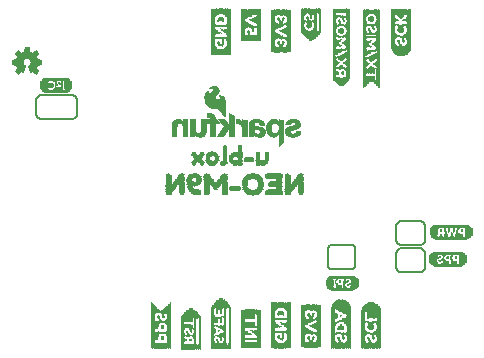
<source format=gbo>
G75*
%MOIN*%
%OFA0B0*%
%FSLAX25Y25*%
%IPPOS*%
%LPD*%
%AMOC8*
5,1,8,0,0,1.08239X$1,22.5*
%
%ADD10C,0.00299*%
%ADD11C,0.00800*%
%ADD12R,0.00157X0.13858*%
%ADD13R,0.00157X0.14331*%
%ADD14R,0.00157X0.14646*%
%ADD15R,0.00157X0.14961*%
%ADD16R,0.00157X0.15118*%
%ADD17R,0.00157X0.15276*%
%ADD18R,0.00157X0.15433*%
%ADD19R,0.00157X0.02835*%
%ADD20R,0.00157X0.11969*%
%ADD21R,0.00157X0.02520*%
%ADD22R,0.00157X0.01102*%
%ADD23R,0.00157X0.03150*%
%ADD24R,0.00157X0.04567*%
%ADD25R,0.00157X0.02205*%
%ADD26R,0.00157X0.00787*%
%ADD27R,0.00157X0.02677*%
%ADD28R,0.00157X0.04409*%
%ADD29R,0.00157X0.02047*%
%ADD30R,0.00157X0.00630*%
%ADD31R,0.00157X0.01890*%
%ADD32R,0.00157X0.01732*%
%ADD33R,0.00157X0.01575*%
%ADD34R,0.00157X0.00945*%
%ADD35R,0.00157X0.02362*%
%ADD36R,0.00157X0.01260*%
%ADD37R,0.00157X0.01417*%
%ADD38R,0.00157X0.04252*%
%ADD39R,0.00157X0.00315*%
%ADD40R,0.00157X0.04094*%
%ADD41R,0.00157X0.00472*%
%ADD42R,0.00157X0.03937*%
%ADD43R,0.00157X0.03307*%
%ADD44R,0.00157X0.03780*%
%ADD45R,0.00157X0.03465*%
%ADD46R,0.00157X0.02992*%
%ADD47R,0.00157X0.12913*%
%ADD48R,0.00157X0.13386*%
%ADD49R,0.00157X0.13701*%
%ADD50R,0.00157X0.14016*%
%ADD51R,0.00157X0.14173*%
%ADD52R,0.00157X0.14488*%
%ADD53R,0.00157X0.07087*%
%ADD54R,0.00157X0.04882*%
%ADD55R,0.00157X0.05039*%
%ADD56R,0.00157X0.05197*%
%ADD57R,0.00157X0.03622*%
%ADD58R,0.00157X0.00157*%
%ADD59R,0.00157X0.11024*%
%ADD60R,0.07205X0.00118*%
%ADD61R,0.07913X0.00118*%
%ADD62R,0.08386X0.00079*%
%ADD63R,0.08858X0.00157*%
%ADD64R,0.09094X0.00118*%
%ADD65R,0.09331X0.00118*%
%ADD66R,0.09567X0.00079*%
%ADD67R,0.03661X0.00118*%
%ADD68R,0.02126X0.00118*%
%ADD69R,0.02953X0.00118*%
%ADD70R,0.02244X0.00157*%
%ADD71R,0.00591X0.00157*%
%ADD72R,0.01535X0.00157*%
%ADD73R,0.02598X0.00157*%
%ADD74R,0.02244X0.00118*%
%ADD75R,0.00472X0.00118*%
%ADD76R,0.01181X0.00118*%
%ADD77R,0.02362X0.00118*%
%ADD78R,0.00945X0.00118*%
%ADD79R,0.00354X0.00118*%
%ADD80R,0.00827X0.00118*%
%ADD81R,0.02480X0.00157*%
%ADD82R,0.00354X0.00157*%
%ADD83R,0.00236X0.00157*%
%ADD84R,0.02480X0.00118*%
%ADD85R,0.02598X0.00118*%
%ADD86R,0.01063X0.00118*%
%ADD87R,0.02835X0.00118*%
%ADD88R,0.00472X0.00157*%
%ADD89R,0.04252X0.00157*%
%ADD90R,0.04370X0.00118*%
%ADD91R,0.00591X0.00118*%
%ADD92R,0.04488X0.00118*%
%ADD93R,0.00709X0.00157*%
%ADD94R,0.04488X0.00157*%
%ADD95R,0.00236X0.00118*%
%ADD96R,0.00118X0.00118*%
%ADD97R,0.00118X0.00157*%
%ADD98R,0.04370X0.00157*%
%ADD99R,0.04252X0.00118*%
%ADD100R,0.02717X0.00118*%
%ADD101R,0.03071X0.00157*%
%ADD102R,0.03425X0.00118*%
%ADD103R,0.09567X0.00118*%
%ADD104R,0.08858X0.00118*%
%ADD105R,0.08386X0.00118*%
%ADD106R,0.00157X0.12756*%
%ADD107R,0.01181X0.00236*%
%ADD108R,0.00945X0.00236*%
%ADD109R,0.01654X0.00236*%
%ADD110R,0.01417X0.00236*%
%ADD111R,0.00472X0.00236*%
%ADD112R,0.02126X0.00236*%
%ADD113R,0.00709X0.00236*%
%ADD114R,0.03543X0.00236*%
%ADD115R,0.02835X0.00236*%
%ADD116R,0.04016X0.00236*%
%ADD117R,0.03307X0.00236*%
%ADD118R,0.03780X0.00236*%
%ADD119R,0.01890X0.00236*%
%ADD120R,0.04252X0.00236*%
%ADD121R,0.04488X0.00236*%
%ADD122R,0.03071X0.00236*%
%ADD123R,0.02598X0.00236*%
%ADD124R,0.02362X0.00236*%
%ADD125R,0.00236X0.00236*%
%ADD126R,0.00157X0.11181*%
%ADD127R,0.00157X0.11496*%
%ADD128R,0.00157X0.11654*%
%ADD129R,0.00157X0.13071*%
%ADD130R,0.00157X0.13228*%
%ADD131R,0.00157X0.11811*%
%ADD132R,0.00157X0.14803*%
%ADD133R,0.00157X0.15906*%
%ADD134R,0.00157X0.16063*%
%ADD135R,0.00157X0.16220*%
%ADD136R,0.00157X0.16378*%
%ADD137R,0.00157X0.09921*%
%ADD138R,0.00157X0.10551*%
%ADD139R,0.00157X0.07874*%
%ADD140R,0.00157X0.08031*%
%ADD141R,0.00157X0.08346*%
%ADD142R,0.00157X0.08504*%
%ADD143R,0.00157X0.09606*%
%ADD144R,0.00157X0.09764*%
%ADD145R,0.00157X0.10079*%
%ADD146R,0.00157X0.08661*%
%ADD147R,0.00157X0.23425*%
%ADD148R,0.00118X0.23543*%
%ADD149R,0.00157X0.23819*%
%ADD150R,0.00118X0.23976*%
%ADD151R,0.00157X0.24094*%
%ADD152R,0.00118X0.24252*%
%ADD153R,0.00157X0.13898*%
%ADD154R,0.00118X0.04961*%
%ADD155R,0.00118X0.02205*%
%ADD156R,0.00118X0.06063*%
%ADD157R,0.00118X0.02756*%
%ADD158R,0.00118X0.03701*%
%ADD159R,0.00157X0.01772*%
%ADD160R,0.00157X0.01929*%
%ADD161R,0.00157X0.00433*%
%ADD162R,0.00157X0.01535*%
%ADD163R,0.00157X0.01811*%
%ADD164R,0.00157X0.00984*%
%ADD165R,0.00157X0.01496*%
%ADD166R,0.00118X0.01929*%
%ADD167R,0.00118X0.00827*%
%ADD168R,0.00118X0.01654*%
%ADD169R,0.00118X0.01772*%
%ADD170R,0.00118X0.00433*%
%ADD171R,0.00118X0.02047*%
%ADD172R,0.00118X0.01102*%
%ADD173R,0.00118X0.01496*%
%ADD174R,0.00118X0.00709*%
%ADD175R,0.00157X0.00551*%
%ADD176R,0.00157X0.01378*%
%ADD177R,0.00157X0.01654*%
%ADD178R,0.00118X0.00394*%
%ADD179R,0.00118X0.01260*%
%ADD180R,0.00118X0.00551*%
%ADD181R,0.00118X0.00984*%
%ADD182R,0.00157X0.02323*%
%ADD183R,0.00157X0.00669*%
%ADD184R,0.00157X0.00709*%
%ADD185R,0.00118X0.02480*%
%ADD186R,0.00118X0.00669*%
%ADD187R,0.00157X0.02598*%
%ADD188R,0.00157X0.00394*%
%ADD189R,0.00157X0.00827*%
%ADD190R,0.00118X0.02598*%
%ADD191R,0.00118X0.01811*%
%ADD192R,0.00118X0.02087*%
%ADD193R,0.00157X0.02756*%
%ADD194R,0.00118X0.02874*%
%ADD195R,0.00157X0.02874*%
%ADD196R,0.00118X0.00276*%
%ADD197R,0.00157X0.00118*%
%ADD198R,0.00157X0.00276*%
%ADD199R,0.00118X0.01378*%
%ADD200R,0.00118X0.01535*%
%ADD201R,0.00118X0.01220*%
%ADD202R,0.00118X0.00945*%
%ADD203R,0.00157X0.01220*%
%ADD204R,0.00157X0.08268*%
%ADD205R,0.00118X0.08425*%
%ADD206R,0.00118X0.15433*%
%ADD207R,0.00157X0.26299*%
%ADD208R,0.00118X0.26181*%
%ADD209R,0.00157X0.26024*%
%ADD210R,0.00118X0.25906*%
%ADD211R,0.00157X0.25748*%
%ADD212R,0.00118X0.25630*%
%ADD213R,0.00157X0.14055*%
%ADD214R,0.00118X0.05787*%
%ADD215R,0.00118X0.06772*%
%ADD216R,0.00118X0.03031*%
%ADD217R,0.00157X0.02480*%
%ADD218R,0.00118X0.02323*%
%ADD219R,0.00118X0.02362*%
%ADD220R,0.00118X0.02638*%
%ADD221R,0.00118X0.02913*%
%ADD222R,0.00157X0.03031*%
%ADD223R,0.00118X0.03307*%
%ADD224R,0.00157X0.09370*%
%ADD225R,0.00118X0.09803*%
%ADD226R,0.00118X0.15551*%
%ADD227C,0.00300*%
%ADD228R,0.00551X0.00276*%
%ADD229R,0.00276X0.00276*%
%ADD230R,0.04409X0.00276*%
%ADD231R,0.01654X0.00276*%
%ADD232R,0.01654X0.00315*%
%ADD233R,0.05512X0.00315*%
%ADD234R,0.03031X0.00315*%
%ADD235R,0.01929X0.00276*%
%ADD236R,0.05787X0.00276*%
%ADD237R,0.04134X0.00276*%
%ADD238R,0.03583X0.00276*%
%ADD239R,0.02205X0.00236*%
%ADD240R,0.01929X0.00236*%
%ADD241R,0.05787X0.00236*%
%ADD242R,0.04685X0.00236*%
%ADD243R,0.04134X0.00236*%
%ADD244R,0.02205X0.00315*%
%ADD245R,0.01929X0.00315*%
%ADD246R,0.05787X0.00315*%
%ADD247R,0.05236X0.00315*%
%ADD248R,0.02480X0.00315*%
%ADD249R,0.04409X0.00315*%
%ADD250R,0.02480X0.00276*%
%ADD251R,0.02756X0.00276*%
%ADD252R,0.04685X0.00276*%
%ADD253R,0.05512X0.00276*%
%ADD254R,0.06339X0.00276*%
%ADD255R,0.02205X0.00276*%
%ADD256R,0.03031X0.00236*%
%ADD257R,0.02480X0.00236*%
%ADD258R,0.03307X0.00315*%
%ADD259R,0.03307X0.00276*%
%ADD260R,0.03858X0.00276*%
%ADD261R,0.04961X0.00276*%
%ADD262R,0.07992X0.00276*%
%ADD263R,0.03858X0.00315*%
%ADD264R,0.04685X0.00315*%
%ADD265R,0.03583X0.00315*%
%ADD266R,0.03031X0.00276*%
%ADD267R,0.01378X0.00276*%
%ADD268R,0.06063X0.00276*%
%ADD269R,0.05236X0.00236*%
%ADD270R,0.03583X0.00236*%
%ADD271R,0.01378X0.00236*%
%ADD272R,0.00827X0.00276*%
%ADD273R,0.07441X0.00118*%
%ADD274R,0.08150X0.00118*%
%ADD275R,0.08622X0.00079*%
%ADD276R,0.09094X0.00157*%
%ADD277R,0.09803X0.00079*%
%ADD278R,0.06614X0.00118*%
%ADD279R,0.00827X0.00157*%
%ADD280R,0.01063X0.00157*%
%ADD281R,0.00709X0.00118*%
%ADD282R,0.02362X0.00157*%
%ADD283R,0.01772X0.00118*%
%ADD284R,0.01772X0.00157*%
%ADD285R,0.00945X0.00157*%
%ADD286R,0.01535X0.00118*%
%ADD287R,0.02717X0.00157*%
%ADD288R,0.03189X0.00118*%
%ADD289R,0.03898X0.00157*%
%ADD290R,0.01890X0.00118*%
%ADD291R,0.01890X0.00157*%
%ADD292R,0.02008X0.00157*%
%ADD293R,0.09803X0.00118*%
%ADD294R,0.08622X0.00118*%
%ADD295R,0.10276X0.00079*%
%ADD296R,0.10748X0.00157*%
%ADD297R,0.10984X0.00118*%
%ADD298R,0.11220X0.00118*%
%ADD299R,0.11457X0.00079*%
%ADD300R,0.01417X0.00157*%
%ADD301R,0.04016X0.00118*%
%ADD302R,0.01654X0.00118*%
%ADD303R,0.02126X0.00157*%
%ADD304R,0.01299X0.00118*%
%ADD305R,0.02008X0.00118*%
%ADD306R,0.11457X0.00118*%
%ADD307R,0.10748X0.00118*%
%ADD308R,0.10276X0.00118*%
%ADD309R,0.11929X0.00079*%
%ADD310R,0.12402X0.00157*%
%ADD311R,0.12638X0.00118*%
%ADD312R,0.12874X0.00118*%
%ADD313R,0.13110X0.00079*%
%ADD314R,0.04961X0.00118*%
%ADD315R,0.03071X0.00118*%
%ADD316R,0.05079X0.00118*%
%ADD317R,0.01181X0.00157*%
%ADD318R,0.02835X0.00157*%
%ADD319R,0.01417X0.00118*%
%ADD320R,0.13110X0.00118*%
%ADD321R,0.12402X0.00118*%
%ADD322R,0.11929X0.00118*%
D10*
X0160355Y0174992D02*
X0159449Y0175898D01*
X0160276Y0177000D01*
X0160236Y0177079D01*
X0160197Y0177118D01*
X0160158Y0177197D01*
X0160158Y0177236D01*
X0160118Y0177315D01*
X0160079Y0177354D01*
X0160040Y0177433D01*
X0160040Y0177472D01*
X0159961Y0177630D01*
X0159961Y0177669D01*
X0159922Y0177748D01*
X0159922Y0177787D01*
X0159882Y0177866D01*
X0159882Y0177945D01*
X0159843Y0177984D01*
X0158465Y0178220D01*
X0158465Y0179480D01*
X0159882Y0179716D01*
X0159882Y0179874D01*
X0159922Y0179913D01*
X0159922Y0179992D01*
X0159961Y0180031D01*
X0160000Y0180110D01*
X0160000Y0180189D01*
X0160040Y0180228D01*
X0160040Y0180307D01*
X0160079Y0180346D01*
X0160118Y0180425D01*
X0160158Y0180464D01*
X0160158Y0180543D01*
X0160197Y0180583D01*
X0160236Y0180661D01*
X0160276Y0180701D01*
X0159449Y0181842D01*
X0160355Y0182709D01*
X0161496Y0181921D01*
X0161536Y0181961D01*
X0161614Y0182000D01*
X0161654Y0182000D01*
X0161733Y0182039D01*
X0161772Y0182079D01*
X0161851Y0182118D01*
X0161890Y0182118D01*
X0161969Y0182157D01*
X0162008Y0182197D01*
X0162087Y0182197D01*
X0162166Y0182236D01*
X0162205Y0182236D01*
X0162284Y0182275D01*
X0162323Y0182275D01*
X0162402Y0182315D01*
X0162481Y0182315D01*
X0162717Y0183693D01*
X0163977Y0183693D01*
X0164213Y0182315D01*
X0164252Y0182315D01*
X0164331Y0182275D01*
X0164410Y0182275D01*
X0164449Y0182236D01*
X0164528Y0182236D01*
X0164607Y0182197D01*
X0164646Y0182197D01*
X0164725Y0182157D01*
X0164764Y0182118D01*
X0164843Y0182118D01*
X0164882Y0182079D01*
X0164961Y0182039D01*
X0165000Y0182000D01*
X0165079Y0182000D01*
X0165118Y0181961D01*
X0165197Y0181921D01*
X0166339Y0182709D01*
X0167205Y0181842D01*
X0166418Y0180701D01*
X0166457Y0180661D01*
X0166457Y0180583D01*
X0166496Y0180543D01*
X0166536Y0180464D01*
X0166575Y0180425D01*
X0166575Y0180346D01*
X0166614Y0180307D01*
X0166654Y0180228D01*
X0166654Y0180189D01*
X0166733Y0180031D01*
X0166733Y0179992D01*
X0166772Y0179913D01*
X0166772Y0179874D01*
X0166811Y0179795D01*
X0166811Y0179716D01*
X0168189Y0179480D01*
X0168189Y0178220D01*
X0166811Y0177984D01*
X0166811Y0177945D01*
X0166772Y0177866D01*
X0166772Y0177787D01*
X0166733Y0177748D01*
X0166733Y0177669D01*
X0166693Y0177630D01*
X0166654Y0177551D01*
X0166654Y0177472D01*
X0166614Y0177433D01*
X0166614Y0177354D01*
X0166575Y0177315D01*
X0166536Y0177236D01*
X0166496Y0177197D01*
X0166457Y0177118D01*
X0166457Y0177079D01*
X0166418Y0177000D01*
X0167205Y0175898D01*
X0166339Y0174992D01*
X0165197Y0175779D01*
X0165158Y0175779D01*
X0165118Y0175740D01*
X0165079Y0175740D01*
X0165040Y0175701D01*
X0165000Y0175701D01*
X0164961Y0175661D01*
X0164922Y0175661D01*
X0164882Y0175622D01*
X0164843Y0175622D01*
X0164803Y0175583D01*
X0164764Y0175583D01*
X0164725Y0175543D01*
X0164646Y0175543D01*
X0164607Y0175504D01*
X0163819Y0177630D01*
X0163937Y0177669D01*
X0164095Y0177748D01*
X0164173Y0177827D01*
X0164252Y0177866D01*
X0164331Y0177945D01*
X0164370Y0178023D01*
X0164449Y0178102D01*
X0164528Y0178260D01*
X0164567Y0178378D01*
X0164646Y0178535D01*
X0164646Y0178653D01*
X0164685Y0178772D01*
X0164685Y0179008D01*
X0164528Y0179480D01*
X0164370Y0179716D01*
X0164292Y0179795D01*
X0164173Y0179874D01*
X0164095Y0179953D01*
X0163977Y0180031D01*
X0163859Y0180071D01*
X0163740Y0180149D01*
X0163622Y0180149D01*
X0163465Y0180189D01*
X0163189Y0180189D01*
X0163071Y0180149D01*
X0162953Y0180149D01*
X0162835Y0180071D01*
X0162717Y0180031D01*
X0162481Y0179874D01*
X0162323Y0179716D01*
X0162166Y0179480D01*
X0162126Y0179362D01*
X0162048Y0179244D01*
X0162048Y0179126D01*
X0162008Y0179008D01*
X0162008Y0178653D01*
X0162048Y0178535D01*
X0162048Y0178457D01*
X0162087Y0178378D01*
X0162126Y0178260D01*
X0162166Y0178181D01*
X0162244Y0178102D01*
X0162284Y0178023D01*
X0162441Y0177866D01*
X0162520Y0177827D01*
X0162599Y0177748D01*
X0162835Y0177630D01*
X0162048Y0175504D01*
X0162048Y0175543D01*
X0161969Y0175543D01*
X0161929Y0175583D01*
X0161890Y0175583D01*
X0161851Y0175622D01*
X0161811Y0175622D01*
X0161772Y0175661D01*
X0161693Y0175661D01*
X0161654Y0175701D01*
X0161614Y0175701D01*
X0161536Y0175779D01*
X0161496Y0175779D01*
X0160355Y0174992D01*
X0160311Y0175035D02*
X0160417Y0175035D01*
X0160014Y0175333D02*
X0160849Y0175333D01*
X0161281Y0175631D02*
X0159716Y0175631D01*
X0159472Y0175928D02*
X0162205Y0175928D01*
X0162095Y0175631D02*
X0161803Y0175631D01*
X0162315Y0176226D02*
X0159696Y0176226D01*
X0159919Y0176524D02*
X0162425Y0176524D01*
X0162536Y0176822D02*
X0160142Y0176822D01*
X0160196Y0177119D02*
X0162646Y0177119D01*
X0162756Y0177417D02*
X0160048Y0177417D01*
X0159938Y0177715D02*
X0162665Y0177715D01*
X0162295Y0178012D02*
X0159677Y0178012D01*
X0158465Y0178310D02*
X0162109Y0178310D01*
X0162023Y0178608D02*
X0158465Y0178608D01*
X0158465Y0178906D02*
X0162008Y0178906D01*
X0162048Y0179203D02*
X0158465Y0179203D01*
X0158590Y0179501D02*
X0162180Y0179501D01*
X0162405Y0179799D02*
X0159882Y0179799D01*
X0159993Y0180097D02*
X0162874Y0180097D01*
X0163820Y0180097D02*
X0166700Y0180097D01*
X0166809Y0179799D02*
X0164286Y0179799D01*
X0164514Y0179501D02*
X0168067Y0179501D01*
X0168189Y0179203D02*
X0164620Y0179203D01*
X0164685Y0178906D02*
X0168189Y0178906D01*
X0168189Y0178608D02*
X0164646Y0178608D01*
X0164545Y0178310D02*
X0168189Y0178310D01*
X0166977Y0178012D02*
X0164365Y0178012D01*
X0164028Y0177715D02*
X0166733Y0177715D01*
X0166614Y0177417D02*
X0163898Y0177417D01*
X0164008Y0177119D02*
X0166458Y0177119D01*
X0166545Y0176822D02*
X0164119Y0176822D01*
X0164229Y0176524D02*
X0166758Y0176524D01*
X0166970Y0176226D02*
X0164339Y0176226D01*
X0164449Y0175928D02*
X0167183Y0175928D01*
X0166950Y0175631D02*
X0165413Y0175631D01*
X0164891Y0175631D02*
X0164560Y0175631D01*
X0165844Y0175333D02*
X0166665Y0175333D01*
X0166380Y0175035D02*
X0166276Y0175035D01*
X0166575Y0180394D02*
X0160103Y0180394D01*
X0160267Y0180692D02*
X0166426Y0180692D01*
X0166617Y0180990D02*
X0160067Y0180990D01*
X0159851Y0181287D02*
X0166822Y0181287D01*
X0167028Y0181585D02*
X0159635Y0181585D01*
X0159491Y0181883D02*
X0167164Y0181883D01*
X0166867Y0182181D02*
X0165573Y0182181D01*
X0166005Y0182478D02*
X0166569Y0182478D01*
X0164678Y0182181D02*
X0161992Y0182181D01*
X0162509Y0182478D02*
X0164185Y0182478D01*
X0164134Y0182776D02*
X0162560Y0182776D01*
X0162611Y0183074D02*
X0164083Y0183074D01*
X0164032Y0183372D02*
X0162662Y0183372D01*
X0162713Y0183669D02*
X0163981Y0183669D01*
X0161120Y0182181D02*
X0159803Y0182181D01*
X0160114Y0182478D02*
X0160688Y0182478D01*
D11*
X0168333Y0167900D02*
X0178333Y0167900D01*
X0178416Y0167898D01*
X0178499Y0167892D01*
X0178582Y0167883D01*
X0178664Y0167869D01*
X0178745Y0167852D01*
X0178826Y0167831D01*
X0178905Y0167807D01*
X0178983Y0167778D01*
X0179060Y0167747D01*
X0179135Y0167711D01*
X0179209Y0167673D01*
X0179281Y0167630D01*
X0179350Y0167585D01*
X0179418Y0167536D01*
X0179483Y0167485D01*
X0179546Y0167430D01*
X0179606Y0167373D01*
X0179663Y0167313D01*
X0179718Y0167250D01*
X0179769Y0167185D01*
X0179818Y0167117D01*
X0179863Y0167048D01*
X0179906Y0166976D01*
X0179944Y0166902D01*
X0179980Y0166827D01*
X0180011Y0166750D01*
X0180040Y0166672D01*
X0180064Y0166593D01*
X0180085Y0166512D01*
X0180102Y0166431D01*
X0180116Y0166349D01*
X0180125Y0166266D01*
X0180131Y0166183D01*
X0180133Y0166100D01*
X0180133Y0161700D01*
X0180131Y0161617D01*
X0180125Y0161534D01*
X0180116Y0161451D01*
X0180102Y0161369D01*
X0180085Y0161288D01*
X0180064Y0161207D01*
X0180040Y0161128D01*
X0180011Y0161050D01*
X0179980Y0160973D01*
X0179944Y0160898D01*
X0179906Y0160824D01*
X0179863Y0160752D01*
X0179818Y0160683D01*
X0179769Y0160615D01*
X0179718Y0160550D01*
X0179663Y0160487D01*
X0179606Y0160427D01*
X0179546Y0160370D01*
X0179483Y0160315D01*
X0179418Y0160264D01*
X0179350Y0160215D01*
X0179281Y0160170D01*
X0179209Y0160127D01*
X0179135Y0160089D01*
X0179060Y0160053D01*
X0178983Y0160022D01*
X0178905Y0159993D01*
X0178826Y0159969D01*
X0178745Y0159948D01*
X0178664Y0159931D01*
X0178582Y0159917D01*
X0178499Y0159908D01*
X0178416Y0159902D01*
X0178333Y0159900D01*
X0168333Y0159900D01*
X0168250Y0159902D01*
X0168167Y0159908D01*
X0168084Y0159917D01*
X0168002Y0159931D01*
X0167921Y0159948D01*
X0167840Y0159969D01*
X0167761Y0159993D01*
X0167683Y0160022D01*
X0167606Y0160053D01*
X0167531Y0160089D01*
X0167457Y0160127D01*
X0167385Y0160170D01*
X0167316Y0160215D01*
X0167248Y0160264D01*
X0167183Y0160315D01*
X0167120Y0160370D01*
X0167060Y0160427D01*
X0167003Y0160487D01*
X0166948Y0160550D01*
X0166897Y0160615D01*
X0166848Y0160683D01*
X0166803Y0160752D01*
X0166760Y0160824D01*
X0166722Y0160898D01*
X0166686Y0160973D01*
X0166655Y0161050D01*
X0166626Y0161128D01*
X0166602Y0161207D01*
X0166581Y0161288D01*
X0166564Y0161369D01*
X0166550Y0161451D01*
X0166541Y0161534D01*
X0166535Y0161617D01*
X0166533Y0161700D01*
X0166533Y0166100D01*
X0166535Y0166183D01*
X0166541Y0166266D01*
X0166550Y0166349D01*
X0166564Y0166431D01*
X0166581Y0166512D01*
X0166602Y0166593D01*
X0166626Y0166672D01*
X0166655Y0166750D01*
X0166686Y0166827D01*
X0166722Y0166902D01*
X0166760Y0166976D01*
X0166803Y0167048D01*
X0166848Y0167117D01*
X0166897Y0167185D01*
X0166948Y0167250D01*
X0167003Y0167313D01*
X0167060Y0167373D01*
X0167120Y0167430D01*
X0167183Y0167485D01*
X0167248Y0167536D01*
X0167316Y0167585D01*
X0167385Y0167630D01*
X0167457Y0167673D01*
X0167531Y0167711D01*
X0167606Y0167747D01*
X0167683Y0167778D01*
X0167761Y0167807D01*
X0167840Y0167831D01*
X0167921Y0167852D01*
X0168002Y0167869D01*
X0168084Y0167883D01*
X0168167Y0167892D01*
X0168250Y0167898D01*
X0168333Y0167900D01*
X0263933Y0116900D02*
X0263933Y0110900D01*
X0263935Y0110840D01*
X0263940Y0110779D01*
X0263949Y0110720D01*
X0263962Y0110661D01*
X0263978Y0110602D01*
X0263998Y0110545D01*
X0264021Y0110490D01*
X0264048Y0110435D01*
X0264077Y0110383D01*
X0264110Y0110332D01*
X0264146Y0110283D01*
X0264184Y0110237D01*
X0264226Y0110193D01*
X0264270Y0110151D01*
X0264316Y0110113D01*
X0264365Y0110077D01*
X0264416Y0110044D01*
X0264468Y0110015D01*
X0264523Y0109988D01*
X0264578Y0109965D01*
X0264635Y0109945D01*
X0264694Y0109929D01*
X0264753Y0109916D01*
X0264812Y0109907D01*
X0264873Y0109902D01*
X0264933Y0109900D01*
X0271733Y0109900D01*
X0271793Y0109902D01*
X0271854Y0109907D01*
X0271913Y0109916D01*
X0271972Y0109929D01*
X0272031Y0109945D01*
X0272088Y0109965D01*
X0272143Y0109988D01*
X0272198Y0110015D01*
X0272250Y0110044D01*
X0272301Y0110077D01*
X0272350Y0110113D01*
X0272396Y0110151D01*
X0272440Y0110193D01*
X0272482Y0110237D01*
X0272520Y0110283D01*
X0272556Y0110332D01*
X0272589Y0110383D01*
X0272618Y0110435D01*
X0272645Y0110490D01*
X0272668Y0110545D01*
X0272688Y0110602D01*
X0272704Y0110661D01*
X0272717Y0110720D01*
X0272726Y0110779D01*
X0272731Y0110840D01*
X0272733Y0110900D01*
X0272733Y0116900D01*
X0272731Y0116960D01*
X0272726Y0117021D01*
X0272717Y0117080D01*
X0272704Y0117139D01*
X0272688Y0117198D01*
X0272668Y0117255D01*
X0272645Y0117310D01*
X0272618Y0117365D01*
X0272589Y0117417D01*
X0272556Y0117468D01*
X0272520Y0117517D01*
X0272482Y0117563D01*
X0272440Y0117607D01*
X0272396Y0117649D01*
X0272350Y0117687D01*
X0272301Y0117723D01*
X0272250Y0117756D01*
X0272198Y0117785D01*
X0272143Y0117812D01*
X0272088Y0117835D01*
X0272031Y0117855D01*
X0271972Y0117871D01*
X0271913Y0117884D01*
X0271854Y0117893D01*
X0271793Y0117898D01*
X0271733Y0117900D01*
X0264933Y0117900D01*
X0264873Y0117898D01*
X0264812Y0117893D01*
X0264753Y0117884D01*
X0264694Y0117871D01*
X0264635Y0117855D01*
X0264578Y0117835D01*
X0264523Y0117812D01*
X0264468Y0117785D01*
X0264416Y0117756D01*
X0264365Y0117723D01*
X0264316Y0117687D01*
X0264270Y0117649D01*
X0264226Y0117607D01*
X0264184Y0117563D01*
X0264146Y0117517D01*
X0264110Y0117468D01*
X0264077Y0117417D01*
X0264048Y0117365D01*
X0264021Y0117310D01*
X0263998Y0117255D01*
X0263978Y0117198D01*
X0263962Y0117139D01*
X0263949Y0117080D01*
X0263940Y0117021D01*
X0263935Y0116960D01*
X0263933Y0116900D01*
X0286533Y0115000D02*
X0286533Y0110600D01*
X0286535Y0110517D01*
X0286541Y0110434D01*
X0286550Y0110351D01*
X0286564Y0110269D01*
X0286581Y0110188D01*
X0286602Y0110107D01*
X0286626Y0110028D01*
X0286655Y0109950D01*
X0286686Y0109873D01*
X0286722Y0109798D01*
X0286760Y0109724D01*
X0286803Y0109652D01*
X0286848Y0109583D01*
X0286897Y0109515D01*
X0286948Y0109450D01*
X0287003Y0109387D01*
X0287060Y0109327D01*
X0287120Y0109270D01*
X0287183Y0109215D01*
X0287248Y0109164D01*
X0287316Y0109115D01*
X0287385Y0109070D01*
X0287457Y0109027D01*
X0287531Y0108989D01*
X0287606Y0108953D01*
X0287683Y0108922D01*
X0287761Y0108893D01*
X0287840Y0108869D01*
X0287921Y0108848D01*
X0288002Y0108831D01*
X0288084Y0108817D01*
X0288167Y0108808D01*
X0288250Y0108802D01*
X0288333Y0108800D01*
X0294333Y0108800D01*
X0294416Y0108802D01*
X0294499Y0108808D01*
X0294582Y0108817D01*
X0294664Y0108831D01*
X0294745Y0108848D01*
X0294826Y0108869D01*
X0294905Y0108893D01*
X0294983Y0108922D01*
X0295060Y0108953D01*
X0295135Y0108989D01*
X0295209Y0109027D01*
X0295281Y0109070D01*
X0295350Y0109115D01*
X0295418Y0109164D01*
X0295483Y0109215D01*
X0295546Y0109270D01*
X0295606Y0109327D01*
X0295663Y0109387D01*
X0295718Y0109450D01*
X0295769Y0109515D01*
X0295818Y0109583D01*
X0295863Y0109652D01*
X0295906Y0109724D01*
X0295944Y0109798D01*
X0295980Y0109873D01*
X0296011Y0109950D01*
X0296040Y0110028D01*
X0296064Y0110107D01*
X0296085Y0110188D01*
X0296102Y0110269D01*
X0296116Y0110351D01*
X0296125Y0110434D01*
X0296131Y0110517D01*
X0296133Y0110600D01*
X0296133Y0115000D01*
X0296131Y0115083D01*
X0296125Y0115166D01*
X0296116Y0115249D01*
X0296102Y0115331D01*
X0296085Y0115412D01*
X0296064Y0115493D01*
X0296040Y0115572D01*
X0296011Y0115650D01*
X0295980Y0115727D01*
X0295944Y0115802D01*
X0295906Y0115876D01*
X0295863Y0115948D01*
X0295818Y0116017D01*
X0295769Y0116085D01*
X0295718Y0116150D01*
X0295663Y0116213D01*
X0295606Y0116273D01*
X0295546Y0116330D01*
X0295483Y0116385D01*
X0295418Y0116436D01*
X0295350Y0116485D01*
X0295281Y0116530D01*
X0295209Y0116573D01*
X0295135Y0116611D01*
X0295060Y0116647D01*
X0294983Y0116678D01*
X0294905Y0116707D01*
X0294826Y0116731D01*
X0294745Y0116752D01*
X0294664Y0116769D01*
X0294582Y0116783D01*
X0294499Y0116792D01*
X0294416Y0116798D01*
X0294333Y0116800D01*
X0288333Y0116800D01*
X0288333Y0117900D02*
X0294333Y0117900D01*
X0294416Y0117902D01*
X0294499Y0117908D01*
X0294582Y0117917D01*
X0294664Y0117931D01*
X0294745Y0117948D01*
X0294826Y0117969D01*
X0294905Y0117993D01*
X0294983Y0118022D01*
X0295060Y0118053D01*
X0295135Y0118089D01*
X0295209Y0118127D01*
X0295281Y0118170D01*
X0295350Y0118215D01*
X0295418Y0118264D01*
X0295483Y0118315D01*
X0295546Y0118370D01*
X0295606Y0118427D01*
X0295663Y0118487D01*
X0295718Y0118550D01*
X0295769Y0118615D01*
X0295818Y0118683D01*
X0295863Y0118752D01*
X0295906Y0118824D01*
X0295944Y0118898D01*
X0295980Y0118973D01*
X0296011Y0119050D01*
X0296040Y0119128D01*
X0296064Y0119207D01*
X0296085Y0119288D01*
X0296102Y0119369D01*
X0296116Y0119451D01*
X0296125Y0119534D01*
X0296131Y0119617D01*
X0296133Y0119700D01*
X0296133Y0124100D01*
X0296131Y0124183D01*
X0296125Y0124266D01*
X0296116Y0124349D01*
X0296102Y0124431D01*
X0296085Y0124512D01*
X0296064Y0124593D01*
X0296040Y0124672D01*
X0296011Y0124750D01*
X0295980Y0124827D01*
X0295944Y0124902D01*
X0295906Y0124976D01*
X0295863Y0125048D01*
X0295818Y0125117D01*
X0295769Y0125185D01*
X0295718Y0125250D01*
X0295663Y0125313D01*
X0295606Y0125373D01*
X0295546Y0125430D01*
X0295483Y0125485D01*
X0295418Y0125536D01*
X0295350Y0125585D01*
X0295281Y0125630D01*
X0295209Y0125673D01*
X0295135Y0125711D01*
X0295060Y0125747D01*
X0294983Y0125778D01*
X0294905Y0125807D01*
X0294826Y0125831D01*
X0294745Y0125852D01*
X0294664Y0125869D01*
X0294582Y0125883D01*
X0294499Y0125892D01*
X0294416Y0125898D01*
X0294333Y0125900D01*
X0288333Y0125900D01*
X0288250Y0125898D01*
X0288167Y0125892D01*
X0288084Y0125883D01*
X0288002Y0125869D01*
X0287921Y0125852D01*
X0287840Y0125831D01*
X0287761Y0125807D01*
X0287683Y0125778D01*
X0287606Y0125747D01*
X0287531Y0125711D01*
X0287457Y0125673D01*
X0287385Y0125630D01*
X0287316Y0125585D01*
X0287248Y0125536D01*
X0287183Y0125485D01*
X0287120Y0125430D01*
X0287060Y0125373D01*
X0287003Y0125313D01*
X0286948Y0125250D01*
X0286897Y0125185D01*
X0286848Y0125117D01*
X0286803Y0125048D01*
X0286760Y0124976D01*
X0286722Y0124902D01*
X0286686Y0124827D01*
X0286655Y0124750D01*
X0286626Y0124672D01*
X0286602Y0124593D01*
X0286581Y0124512D01*
X0286564Y0124431D01*
X0286550Y0124349D01*
X0286541Y0124266D01*
X0286535Y0124183D01*
X0286533Y0124100D01*
X0286533Y0119700D01*
X0286535Y0119617D01*
X0286541Y0119534D01*
X0286550Y0119451D01*
X0286564Y0119369D01*
X0286581Y0119288D01*
X0286602Y0119207D01*
X0286626Y0119128D01*
X0286655Y0119050D01*
X0286686Y0118973D01*
X0286722Y0118898D01*
X0286760Y0118824D01*
X0286803Y0118752D01*
X0286848Y0118683D01*
X0286897Y0118615D01*
X0286948Y0118550D01*
X0287003Y0118487D01*
X0287060Y0118427D01*
X0287120Y0118370D01*
X0287183Y0118315D01*
X0287248Y0118264D01*
X0287316Y0118215D01*
X0287385Y0118170D01*
X0287457Y0118127D01*
X0287531Y0118089D01*
X0287606Y0118053D01*
X0287683Y0118022D01*
X0287761Y0117993D01*
X0287840Y0117969D01*
X0287921Y0117948D01*
X0288002Y0117931D01*
X0288084Y0117917D01*
X0288167Y0117908D01*
X0288250Y0117902D01*
X0288333Y0117900D01*
X0288333Y0116800D02*
X0288250Y0116798D01*
X0288167Y0116792D01*
X0288084Y0116783D01*
X0288002Y0116769D01*
X0287921Y0116752D01*
X0287840Y0116731D01*
X0287761Y0116707D01*
X0287683Y0116678D01*
X0287606Y0116647D01*
X0287531Y0116611D01*
X0287457Y0116573D01*
X0287385Y0116530D01*
X0287316Y0116485D01*
X0287248Y0116436D01*
X0287183Y0116385D01*
X0287120Y0116330D01*
X0287060Y0116273D01*
X0287003Y0116213D01*
X0286948Y0116150D01*
X0286897Y0116085D01*
X0286848Y0116017D01*
X0286803Y0115948D01*
X0286760Y0115876D01*
X0286722Y0115802D01*
X0286686Y0115727D01*
X0286655Y0115650D01*
X0286626Y0115572D01*
X0286602Y0115493D01*
X0286581Y0115412D01*
X0286564Y0115331D01*
X0286550Y0115249D01*
X0286541Y0115166D01*
X0286535Y0115083D01*
X0286533Y0115000D01*
D12*
X0271483Y0090319D03*
X0265184Y0090319D03*
D13*
X0265341Y0090555D03*
X0261483Y0090713D03*
X0261325Y0090713D03*
X0261168Y0090713D03*
X0261010Y0090713D03*
X0260853Y0090713D03*
X0260696Y0090713D03*
X0260538Y0090713D03*
X0256129Y0090713D03*
X0255971Y0090713D03*
X0255814Y0090713D03*
X0255656Y0090713D03*
X0255499Y0090713D03*
X0255341Y0090713D03*
X0255184Y0090713D03*
X0271325Y0090555D03*
X0275971Y0090555D03*
X0280696Y0090555D03*
X0231325Y0090343D03*
X0225341Y0090343D03*
X0210538Y0090555D03*
X0206129Y0090555D03*
X0245184Y0189113D03*
X0245341Y0189113D03*
X0245499Y0189113D03*
X0245656Y0189113D03*
X0245814Y0189113D03*
X0245971Y0189113D03*
X0246129Y0189113D03*
X0250538Y0189113D03*
X0250696Y0189113D03*
X0250853Y0189113D03*
X0251010Y0189113D03*
X0251168Y0189113D03*
X0251325Y0189113D03*
X0251483Y0189113D03*
X0285656Y0189240D03*
X0291010Y0189240D03*
D14*
X0290696Y0189083D03*
X0285971Y0189083D03*
X0271168Y0090713D03*
X0265499Y0090713D03*
X0231168Y0090500D03*
X0225499Y0090500D03*
X0210853Y0090713D03*
X0205814Y0090713D03*
D15*
X0205499Y0090870D03*
X0211168Y0090870D03*
X0225814Y0090657D03*
X0265656Y0090870D03*
X0271010Y0090870D03*
D16*
X0270853Y0090949D03*
X0265814Y0090949D03*
X0211325Y0090949D03*
X0205341Y0090949D03*
D17*
X0205184Y0091028D03*
X0211483Y0091028D03*
X0245184Y0091028D03*
X0245341Y0091028D03*
X0245499Y0091028D03*
X0245656Y0091028D03*
X0245814Y0091028D03*
X0245971Y0091028D03*
X0246129Y0091028D03*
X0250538Y0091028D03*
X0250696Y0091028D03*
X0250853Y0091028D03*
X0251010Y0091028D03*
X0251168Y0091028D03*
X0251325Y0091028D03*
X0251483Y0091028D03*
X0265971Y0091028D03*
X0270696Y0091028D03*
X0231483Y0188928D03*
X0231325Y0188928D03*
X0231168Y0188928D03*
X0231010Y0188928D03*
X0230853Y0188928D03*
X0230696Y0188928D03*
X0230538Y0188928D03*
X0226129Y0188928D03*
X0225971Y0188928D03*
X0225814Y0188928D03*
X0225656Y0188928D03*
X0225499Y0188928D03*
X0225341Y0188928D03*
X0225184Y0188928D03*
D18*
X0266504Y0188865D03*
X0276504Y0188616D03*
X0270538Y0091106D03*
X0266129Y0091106D03*
D19*
X0268018Y0084807D03*
X0270381Y0084807D03*
X0277703Y0090949D03*
X0277861Y0090949D03*
X0278018Y0090949D03*
X0278176Y0090949D03*
X0278333Y0090949D03*
X0278491Y0090949D03*
X0278648Y0090949D03*
X0278806Y0090949D03*
X0276286Y0096618D03*
X0276444Y0096776D03*
X0276601Y0096776D03*
X0266601Y0097720D03*
X0266444Y0097720D03*
X0260381Y0096461D03*
X0246444Y0097248D03*
X0249121Y0087799D03*
X0246444Y0084807D03*
X0258018Y0084965D03*
X0258176Y0084965D03*
X0258333Y0084965D03*
X0258491Y0084965D03*
X0258648Y0084965D03*
X0258806Y0084965D03*
X0260381Y0084965D03*
X0280381Y0084807D03*
X0218333Y0089949D03*
X0215971Y0093571D03*
X0207703Y0092839D03*
X0206601Y0091264D03*
X0226444Y0182707D03*
X0229121Y0185699D03*
X0236286Y0190987D03*
X0240381Y0192719D03*
X0237546Y0195081D03*
X0237388Y0195081D03*
X0226444Y0195148D03*
X0248018Y0183365D03*
X0248176Y0183365D03*
X0248333Y0183365D03*
X0248491Y0183365D03*
X0248648Y0183365D03*
X0248806Y0183365D03*
X0250381Y0183365D03*
X0257331Y0187892D03*
X0257488Y0187735D03*
X0257646Y0187735D03*
X0257803Y0191357D03*
X0250381Y0194861D03*
X0287861Y0194988D03*
X0288648Y0194988D03*
X0288648Y0189949D03*
X0288491Y0189949D03*
X0288333Y0189949D03*
X0288176Y0189949D03*
X0288018Y0189949D03*
X0287861Y0189949D03*
X0287703Y0189949D03*
X0288806Y0189949D03*
D20*
X0270381Y0092996D03*
D21*
X0276286Y0088587D03*
X0276286Y0084650D03*
X0270223Y0084650D03*
X0256286Y0084807D03*
X0249908Y0084650D03*
X0246601Y0084650D03*
X0256444Y0089059D03*
X0256444Y0092366D03*
X0256286Y0096618D03*
X0249908Y0097406D03*
X0246601Y0097406D03*
X0227388Y0084437D03*
X0207231Y0091106D03*
X0207073Y0091106D03*
X0206916Y0091106D03*
X0226601Y0182550D03*
X0229908Y0182550D03*
X0240223Y0192719D03*
X0238176Y0195239D03*
X0238018Y0195239D03*
X0229908Y0195306D03*
X0226601Y0195306D03*
X0246286Y0195018D03*
X0246444Y0190766D03*
X0246444Y0187459D03*
X0246286Y0183207D03*
X0256859Y0188207D03*
X0257016Y0188050D03*
X0256229Y0188837D03*
X0257961Y0191357D03*
X0258118Y0191357D03*
X0286286Y0187587D03*
X0287546Y0195146D03*
X0288963Y0195146D03*
D22*
X0290223Y0190972D03*
X0289278Y0189555D03*
X0289751Y0187508D03*
X0289593Y0187350D03*
X0289278Y0187193D03*
X0288648Y0186878D03*
X0287388Y0185618D03*
X0286759Y0187508D03*
X0279811Y0191372D03*
X0278709Y0190820D03*
X0278158Y0188616D03*
X0278158Y0182277D03*
X0268433Y0182683D03*
X0267607Y0180321D03*
X0270087Y0176345D03*
X0268985Y0175085D03*
X0268709Y0175085D03*
X0267055Y0175085D03*
X0250223Y0186593D03*
X0248648Y0187065D03*
X0249121Y0185176D03*
X0248963Y0185018D03*
X0247546Y0185176D03*
X0247388Y0185176D03*
X0248648Y0189113D03*
X0248806Y0189113D03*
X0250223Y0191632D03*
X0248963Y0192892D03*
X0249121Y0193050D03*
X0247546Y0193050D03*
X0247388Y0193050D03*
X0237388Y0188861D03*
X0229436Y0189243D03*
X0227073Y0188770D03*
X0227388Y0192865D03*
X0229121Y0192865D03*
X0229278Y0185148D03*
X0228648Y0184518D03*
X0268158Y0191502D03*
X0269811Y0190951D03*
X0268709Y0193707D03*
X0259121Y0094650D03*
X0258963Y0094492D03*
X0257546Y0094650D03*
X0257388Y0094650D03*
X0260223Y0093232D03*
X0258806Y0090713D03*
X0258648Y0090713D03*
X0258648Y0088665D03*
X0260223Y0088193D03*
X0259121Y0086776D03*
X0258963Y0086618D03*
X0257546Y0086776D03*
X0257388Y0086776D03*
X0249436Y0091343D03*
X0247073Y0090870D03*
X0249278Y0087248D03*
X0248648Y0086618D03*
X0239436Y0088823D03*
X0237073Y0088350D03*
X0228176Y0090500D03*
X0228018Y0090500D03*
X0219121Y0087508D03*
X0215971Y0087823D03*
X0216129Y0086248D03*
X0210066Y0088350D03*
X0208491Y0086776D03*
X0208491Y0090398D03*
X0208648Y0090398D03*
X0209121Y0090398D03*
X0209908Y0092130D03*
X0208176Y0092445D03*
X0207388Y0093862D03*
X0208491Y0095437D03*
X0207388Y0095909D03*
X0247388Y0094965D03*
X0249121Y0094965D03*
X0266444Y0091657D03*
X0267388Y0086618D03*
X0270223Y0088035D03*
X0276759Y0088508D03*
X0278648Y0087878D03*
X0279278Y0088193D03*
X0279593Y0088350D03*
X0279751Y0088508D03*
X0279278Y0090555D03*
X0280223Y0091972D03*
X0277388Y0086618D03*
D23*
X0270223Y0092366D03*
X0266916Y0097720D03*
X0246286Y0084965D03*
X0239436Y0094728D03*
X0239278Y0094728D03*
X0239121Y0094728D03*
X0238963Y0094728D03*
X0238806Y0094728D03*
X0238648Y0094728D03*
X0238491Y0094728D03*
X0238333Y0094728D03*
X0238176Y0094728D03*
X0238018Y0094728D03*
X0237861Y0094728D03*
X0237703Y0094728D03*
X0237546Y0094728D03*
X0237388Y0094728D03*
X0237231Y0094728D03*
X0237073Y0094728D03*
X0236916Y0094728D03*
X0236759Y0094728D03*
X0236601Y0094728D03*
X0236444Y0094728D03*
X0228963Y0098295D03*
X0218963Y0094988D03*
X0216286Y0093728D03*
X0206286Y0095988D03*
X0227231Y0084752D03*
X0226286Y0182865D03*
X0236759Y0194924D03*
X0236916Y0194924D03*
X0257488Y0191672D03*
X0258276Y0194979D03*
X0257961Y0187577D03*
X0286601Y0182862D03*
X0286759Y0182705D03*
X0286916Y0182705D03*
X0287073Y0182547D03*
X0288176Y0194831D03*
X0288333Y0194831D03*
D24*
X0269121Y0097327D03*
X0269593Y0097169D03*
X0269908Y0097012D03*
X0270223Y0096854D03*
X0227073Y0097114D03*
X0218491Y0094437D03*
X0218333Y0094437D03*
X0218176Y0094437D03*
X0218018Y0094437D03*
X0217861Y0094437D03*
D25*
X0226129Y0092941D03*
X0226286Y0092941D03*
X0226444Y0092941D03*
X0226601Y0092941D03*
X0226759Y0092941D03*
X0226916Y0092941D03*
X0227073Y0092941D03*
X0228176Y0092941D03*
X0228333Y0092941D03*
X0236286Y0091264D03*
X0227546Y0084280D03*
X0207861Y0092681D03*
X0208806Y0094886D03*
X0206601Y0096146D03*
X0226601Y0097823D03*
X0246916Y0097563D03*
X0249593Y0097563D03*
X0256444Y0096776D03*
X0258333Y0096776D03*
X0260066Y0096776D03*
X0258333Y0093154D03*
X0258176Y0093154D03*
X0256601Y0092366D03*
X0256601Y0089059D03*
X0256444Y0084650D03*
X0258963Y0084650D03*
X0260066Y0084650D03*
X0268333Y0084492D03*
X0270066Y0084492D03*
X0268963Y0087484D03*
X0269908Y0092524D03*
X0266444Y0094256D03*
X0278963Y0087484D03*
X0278333Y0084492D03*
X0280066Y0084492D03*
X0249751Y0084492D03*
X0249593Y0084492D03*
X0246916Y0084492D03*
X0277607Y0173065D03*
X0279260Y0173065D03*
X0277882Y0176096D03*
X0267331Y0185164D03*
X0267055Y0185164D03*
X0266780Y0185164D03*
X0258276Y0191357D03*
X0257961Y0195451D03*
X0259378Y0195451D03*
X0250066Y0195176D03*
X0248333Y0195176D03*
X0246444Y0195176D03*
X0248176Y0191554D03*
X0248333Y0191554D03*
X0246601Y0190766D03*
X0246601Y0187459D03*
X0246444Y0183050D03*
X0248963Y0183050D03*
X0250066Y0183050D03*
X0239121Y0189884D03*
X0238963Y0189884D03*
X0236601Y0191144D03*
X0239908Y0192719D03*
X0240066Y0192719D03*
X0240381Y0195396D03*
X0238806Y0195396D03*
X0238648Y0195396D03*
X0229593Y0195463D03*
X0226916Y0195463D03*
X0236286Y0187050D03*
X0229751Y0182392D03*
X0229593Y0182392D03*
X0226916Y0182392D03*
X0287231Y0195303D03*
X0289278Y0195303D03*
X0290381Y0195303D03*
X0288963Y0186484D03*
D26*
X0288491Y0187035D03*
X0287073Y0187508D03*
X0286916Y0187508D03*
X0287231Y0189555D03*
X0289121Y0190972D03*
X0289751Y0192862D03*
X0286916Y0192862D03*
X0258591Y0190963D03*
X0256859Y0190963D03*
X0257016Y0192223D03*
X0256229Y0192380D03*
X0256859Y0193640D03*
X0250066Y0191632D03*
X0249278Y0191317D03*
X0249121Y0191317D03*
X0249278Y0193050D03*
X0247231Y0193050D03*
X0248333Y0189113D03*
X0248491Y0189113D03*
X0248963Y0187065D03*
X0250066Y0186593D03*
X0249278Y0185176D03*
X0247231Y0185176D03*
X0239436Y0190435D03*
X0237231Y0188861D03*
X0230066Y0186723D03*
X0229278Y0186723D03*
X0227546Y0188613D03*
X0227388Y0188613D03*
X0228963Y0189400D03*
X0226286Y0190975D03*
X0227231Y0185148D03*
X0207703Y0095752D03*
X0208018Y0095594D03*
X0208176Y0095594D03*
X0207231Y0093862D03*
X0208333Y0092287D03*
X0209751Y0092130D03*
X0209278Y0093862D03*
X0209751Y0088508D03*
X0207861Y0088508D03*
X0216759Y0088925D03*
X0217546Y0087823D03*
X0218491Y0088925D03*
X0218963Y0087508D03*
X0218491Y0086091D03*
X0217703Y0086091D03*
X0216759Y0086091D03*
X0216601Y0086091D03*
X0226759Y0086091D03*
X0228491Y0086091D03*
X0227546Y0090657D03*
X0227388Y0090657D03*
X0227388Y0093650D03*
X0227546Y0093650D03*
X0227703Y0093650D03*
X0227861Y0093650D03*
X0237546Y0088193D03*
X0238963Y0088980D03*
X0239121Y0088980D03*
X0246286Y0093075D03*
X0247388Y0090713D03*
X0247546Y0090713D03*
X0248963Y0091500D03*
X0249278Y0088823D03*
X0250066Y0088823D03*
X0247231Y0087248D03*
X0257231Y0086776D03*
X0259278Y0086776D03*
X0260066Y0088193D03*
X0258963Y0088665D03*
X0258491Y0090713D03*
X0258333Y0090713D03*
X0259121Y0092917D03*
X0259278Y0092917D03*
X0260066Y0093232D03*
X0259278Y0094650D03*
X0257231Y0094650D03*
X0268333Y0092602D03*
X0268491Y0092602D03*
X0268491Y0088193D03*
X0269436Y0088193D03*
X0270066Y0088193D03*
X0266601Y0088193D03*
X0276916Y0088508D03*
X0277073Y0088508D03*
X0278491Y0088035D03*
X0277231Y0090555D03*
X0279121Y0091972D03*
D27*
X0278963Y0091028D03*
X0277546Y0091028D03*
X0278018Y0084728D03*
X0270066Y0092445D03*
X0266286Y0084728D03*
X0250066Y0084728D03*
X0250066Y0097327D03*
X0228333Y0087035D03*
X0218176Y0090028D03*
X0210223Y0096067D03*
X0208963Y0094807D03*
X0206444Y0096067D03*
X0206759Y0091185D03*
X0206759Y0087563D03*
X0206916Y0087563D03*
X0207073Y0087563D03*
X0207231Y0087563D03*
X0206601Y0087563D03*
X0206444Y0087563D03*
X0230066Y0182628D03*
X0230066Y0195227D03*
X0237703Y0195160D03*
X0237861Y0195160D03*
X0256071Y0189073D03*
X0257173Y0187971D03*
X0258118Y0195215D03*
X0287703Y0195067D03*
X0288806Y0195067D03*
X0288963Y0190028D03*
X0287546Y0190028D03*
D28*
X0268963Y0097406D03*
X0268806Y0097406D03*
X0269278Y0097248D03*
X0269436Y0097248D03*
X0269751Y0097091D03*
X0270066Y0096933D03*
X0226916Y0097035D03*
X0218648Y0094516D03*
X0217703Y0094358D03*
D29*
X0206286Y0084413D03*
X0215971Y0090500D03*
X0217073Y0088295D03*
X0217231Y0088138D03*
X0225971Y0089083D03*
X0228018Y0087193D03*
X0229278Y0087823D03*
X0229121Y0084201D03*
X0227703Y0084201D03*
X0226129Y0084201D03*
X0228491Y0093020D03*
X0226444Y0097744D03*
X0220223Y0094437D03*
X0209908Y0096067D03*
X0206759Y0096067D03*
X0247073Y0097642D03*
X0247231Y0097642D03*
X0249436Y0097642D03*
X0256601Y0096854D03*
X0258491Y0096854D03*
X0259908Y0096854D03*
X0258648Y0093232D03*
X0258491Y0093232D03*
X0256759Y0092287D03*
X0256759Y0089138D03*
X0259751Y0090713D03*
X0259908Y0090713D03*
X0259908Y0084571D03*
X0256601Y0084571D03*
X0249436Y0084413D03*
X0247231Y0084413D03*
X0247073Y0084413D03*
X0266601Y0084413D03*
X0266759Y0084413D03*
X0267546Y0084413D03*
X0268491Y0084413D03*
X0268648Y0084413D03*
X0269751Y0084413D03*
X0269908Y0084413D03*
X0276601Y0084413D03*
X0277546Y0084413D03*
X0278491Y0084413D03*
X0279751Y0084413D03*
X0279908Y0084413D03*
X0269751Y0092602D03*
X0266601Y0094177D03*
X0267055Y0172683D03*
X0269811Y0172683D03*
X0268433Y0180124D03*
X0277055Y0184836D03*
X0277331Y0184836D03*
X0278433Y0179876D03*
X0278985Y0176017D03*
X0260166Y0188128D03*
X0249908Y0189113D03*
X0249751Y0189113D03*
X0248648Y0191632D03*
X0248491Y0191632D03*
X0246759Y0190687D03*
X0246759Y0187538D03*
X0246601Y0182971D03*
X0249908Y0182971D03*
X0240223Y0186971D03*
X0240066Y0186971D03*
X0237861Y0186971D03*
X0237388Y0186971D03*
X0236444Y0186971D03*
X0239278Y0189806D03*
X0236759Y0191065D03*
X0238963Y0195475D03*
X0239121Y0195475D03*
X0246601Y0195254D03*
X0248491Y0195254D03*
X0249908Y0195254D03*
X0256229Y0195530D03*
X0258591Y0195530D03*
X0259221Y0195530D03*
X0277055Y0195309D03*
X0279811Y0195309D03*
X0286286Y0195382D03*
X0287073Y0195382D03*
X0289436Y0195382D03*
X0290223Y0195382D03*
X0229436Y0195542D03*
X0227231Y0195542D03*
X0227073Y0195542D03*
X0227073Y0182313D03*
X0227231Y0182313D03*
X0229436Y0182313D03*
D30*
X0229436Y0186802D03*
X0229593Y0186802D03*
X0229751Y0186802D03*
X0229908Y0186802D03*
X0228648Y0186802D03*
X0227703Y0188534D03*
X0228806Y0189479D03*
X0230223Y0191054D03*
X0227231Y0192628D03*
X0226444Y0191054D03*
X0226601Y0186802D03*
X0237861Y0188939D03*
X0240223Y0190514D03*
X0238333Y0192719D03*
X0238176Y0192719D03*
X0249121Y0186987D03*
X0249278Y0186987D03*
X0249593Y0186829D03*
X0249908Y0186672D03*
X0249593Y0191396D03*
X0249436Y0191396D03*
X0249908Y0191554D03*
X0258433Y0192144D03*
X0258591Y0193719D03*
X0287073Y0192783D03*
X0287388Y0191051D03*
X0289278Y0191051D03*
X0290066Y0191051D03*
X0289593Y0192783D03*
X0287388Y0187429D03*
X0287231Y0187429D03*
X0289436Y0185697D03*
X0247231Y0094728D03*
X0246444Y0093154D03*
X0247703Y0090634D03*
X0248806Y0091579D03*
X0250223Y0093154D03*
X0249908Y0088902D03*
X0249751Y0088902D03*
X0249593Y0088902D03*
X0249436Y0088902D03*
X0248648Y0088902D03*
X0246601Y0088902D03*
X0240223Y0086539D03*
X0240066Y0086539D03*
X0238806Y0089059D03*
X0237703Y0088114D03*
X0236444Y0086539D03*
X0236286Y0086539D03*
X0239593Y0090634D03*
X0227231Y0090736D03*
X0227073Y0090736D03*
X0225971Y0090894D03*
X0227388Y0087587D03*
X0227546Y0087587D03*
X0219278Y0089949D03*
X0218806Y0087587D03*
X0217703Y0087744D03*
X0216916Y0087587D03*
X0209593Y0088587D03*
X0209436Y0088587D03*
X0208176Y0088587D03*
X0208018Y0088587D03*
X0208491Y0092366D03*
X0209593Y0092209D03*
X0209436Y0093783D03*
X0207861Y0095673D03*
X0259436Y0092996D03*
X0259593Y0092996D03*
X0259908Y0093154D03*
X0259278Y0088587D03*
X0259121Y0088587D03*
X0259593Y0088429D03*
X0259908Y0088272D03*
X0266759Y0088272D03*
X0268333Y0088272D03*
X0269593Y0088272D03*
X0269751Y0088272D03*
X0269908Y0088272D03*
X0269436Y0086697D03*
X0267231Y0090004D03*
X0266916Y0091894D03*
X0266759Y0091894D03*
X0267073Y0092051D03*
X0267703Y0092366D03*
X0268018Y0092524D03*
X0268176Y0092524D03*
X0268018Y0094256D03*
X0277388Y0092051D03*
X0279278Y0092051D03*
X0280066Y0092051D03*
X0277388Y0088429D03*
X0277231Y0088429D03*
X0279436Y0086697D03*
D31*
X0278806Y0087642D03*
X0276444Y0088587D03*
X0276759Y0084335D03*
X0276916Y0084335D03*
X0277231Y0084335D03*
X0277388Y0084335D03*
X0278648Y0084335D03*
X0278806Y0084335D03*
X0278963Y0084335D03*
X0279121Y0084335D03*
X0279278Y0084335D03*
X0279436Y0084335D03*
X0279593Y0084335D03*
X0269593Y0084335D03*
X0269436Y0084335D03*
X0269278Y0084335D03*
X0269121Y0084335D03*
X0268963Y0084335D03*
X0268806Y0084335D03*
X0267388Y0084335D03*
X0267231Y0084335D03*
X0267073Y0084335D03*
X0266916Y0084335D03*
X0268806Y0087642D03*
X0266759Y0094256D03*
X0259751Y0096933D03*
X0259593Y0096933D03*
X0258806Y0096933D03*
X0258648Y0096933D03*
X0258176Y0096933D03*
X0258018Y0096933D03*
X0256759Y0096933D03*
X0258806Y0093311D03*
X0259593Y0090791D03*
X0259593Y0084492D03*
X0259436Y0084492D03*
X0259278Y0084492D03*
X0259121Y0084492D03*
X0259751Y0084492D03*
X0257703Y0084492D03*
X0256759Y0084492D03*
X0249278Y0084335D03*
X0249121Y0084335D03*
X0248963Y0084335D03*
X0247703Y0084335D03*
X0247546Y0084335D03*
X0247388Y0084335D03*
X0246286Y0091106D03*
X0250223Y0091106D03*
X0249278Y0097720D03*
X0249121Y0097720D03*
X0247546Y0097720D03*
X0247388Y0097720D03*
X0239436Y0091264D03*
X0239278Y0091264D03*
X0239121Y0091264D03*
X0238963Y0091264D03*
X0238806Y0091264D03*
X0238648Y0091264D03*
X0238491Y0091264D03*
X0238333Y0091264D03*
X0238176Y0091264D03*
X0238018Y0091264D03*
X0237861Y0091264D03*
X0237703Y0091264D03*
X0237546Y0091264D03*
X0237388Y0091264D03*
X0237231Y0091264D03*
X0237073Y0091264D03*
X0236916Y0091264D03*
X0236759Y0091264D03*
X0236601Y0091264D03*
X0236444Y0091264D03*
X0236286Y0088587D03*
X0240223Y0088587D03*
X0240223Y0084492D03*
X0236444Y0084492D03*
X0236286Y0084492D03*
X0228963Y0084122D03*
X0228806Y0084122D03*
X0227861Y0084122D03*
X0226916Y0084122D03*
X0226286Y0084122D03*
X0219278Y0083965D03*
X0219121Y0083965D03*
X0218963Y0083965D03*
X0218806Y0083965D03*
X0218648Y0083965D03*
X0218491Y0083965D03*
X0218333Y0083965D03*
X0218176Y0083965D03*
X0218018Y0083965D03*
X0217861Y0083965D03*
X0217703Y0083965D03*
X0217546Y0083965D03*
X0217388Y0083965D03*
X0217231Y0083965D03*
X0217073Y0083965D03*
X0216916Y0083965D03*
X0216759Y0083965D03*
X0216601Y0083965D03*
X0216444Y0083965D03*
X0216286Y0083965D03*
X0216129Y0083965D03*
X0215971Y0083965D03*
X0210223Y0084335D03*
X0210066Y0084335D03*
X0209908Y0084335D03*
X0209751Y0084335D03*
X0209593Y0084335D03*
X0209436Y0084335D03*
X0209278Y0084335D03*
X0209121Y0084335D03*
X0208963Y0084335D03*
X0208806Y0084335D03*
X0208648Y0084335D03*
X0208491Y0084335D03*
X0208333Y0084335D03*
X0208176Y0084335D03*
X0208018Y0084335D03*
X0207861Y0084335D03*
X0207703Y0084335D03*
X0207546Y0084335D03*
X0207388Y0084335D03*
X0207231Y0084335D03*
X0207073Y0084335D03*
X0206916Y0084335D03*
X0206759Y0084335D03*
X0206601Y0084335D03*
X0206444Y0084335D03*
X0210223Y0092051D03*
X0209751Y0095988D03*
X0220381Y0094358D03*
X0226286Y0097665D03*
X0230223Y0097823D03*
X0229278Y0090264D03*
X0229278Y0182235D03*
X0229121Y0182235D03*
X0228963Y0182235D03*
X0227703Y0182235D03*
X0227546Y0182235D03*
X0227388Y0182235D03*
X0226286Y0189006D03*
X0230223Y0189006D03*
X0229278Y0195620D03*
X0229121Y0195620D03*
X0227546Y0195620D03*
X0227388Y0195620D03*
X0236916Y0191144D03*
X0239593Y0192719D03*
X0239751Y0192719D03*
X0239436Y0195554D03*
X0239278Y0195554D03*
X0240223Y0195554D03*
X0246759Y0195333D03*
X0248018Y0195333D03*
X0248176Y0195333D03*
X0248648Y0195333D03*
X0248806Y0195333D03*
X0249593Y0195333D03*
X0249751Y0195333D03*
X0248806Y0191711D03*
X0249593Y0189191D03*
X0256386Y0195609D03*
X0257803Y0195609D03*
X0258748Y0195609D03*
X0258906Y0195609D03*
X0259063Y0195609D03*
X0260323Y0188207D03*
X0249751Y0182892D03*
X0249593Y0182892D03*
X0249436Y0182892D03*
X0249278Y0182892D03*
X0249121Y0182892D03*
X0247703Y0182892D03*
X0246759Y0182892D03*
X0239908Y0186892D03*
X0239751Y0186892D03*
X0239593Y0186892D03*
X0239436Y0186892D03*
X0239278Y0186892D03*
X0239121Y0186892D03*
X0238963Y0186892D03*
X0237231Y0186892D03*
X0286444Y0187587D03*
X0288806Y0186642D03*
X0289593Y0195461D03*
X0289751Y0195461D03*
X0289908Y0195461D03*
X0290066Y0195461D03*
X0286916Y0195461D03*
X0286759Y0195461D03*
X0286601Y0195461D03*
X0286444Y0195461D03*
D32*
X0290066Y0187665D03*
X0260481Y0188286D03*
X0249436Y0189113D03*
X0247073Y0190687D03*
X0246916Y0190687D03*
X0246916Y0187538D03*
X0247073Y0187538D03*
X0247073Y0182813D03*
X0246916Y0182813D03*
X0247231Y0182813D03*
X0247388Y0182813D03*
X0247546Y0182813D03*
X0238806Y0186813D03*
X0238648Y0186813D03*
X0238491Y0186813D03*
X0238333Y0186813D03*
X0238176Y0186813D03*
X0238018Y0186813D03*
X0237073Y0186813D03*
X0236759Y0186813D03*
X0236601Y0186813D03*
X0237073Y0191065D03*
X0239436Y0192798D03*
X0239593Y0195632D03*
X0239751Y0195632D03*
X0240066Y0195632D03*
X0246916Y0195412D03*
X0247073Y0195412D03*
X0247231Y0195412D03*
X0247388Y0195412D03*
X0247546Y0195412D03*
X0247703Y0195412D03*
X0247861Y0195412D03*
X0248963Y0195412D03*
X0249121Y0195412D03*
X0249278Y0195412D03*
X0249436Y0195412D03*
X0256544Y0195687D03*
X0256701Y0195687D03*
X0257488Y0195687D03*
X0257646Y0195687D03*
X0260166Y0195687D03*
X0260953Y0195687D03*
X0228963Y0195699D03*
X0228806Y0195699D03*
X0228648Y0195699D03*
X0228491Y0195699D03*
X0228333Y0195699D03*
X0228176Y0195699D03*
X0228018Y0195699D03*
X0227861Y0195699D03*
X0227703Y0195699D03*
X0226444Y0188928D03*
X0227861Y0182156D03*
X0228018Y0182156D03*
X0228176Y0182156D03*
X0228333Y0182156D03*
X0228491Y0182156D03*
X0228648Y0182156D03*
X0228806Y0182156D03*
X0230381Y0097744D03*
X0226129Y0097587D03*
X0220538Y0094280D03*
X0217861Y0090500D03*
X0219278Y0087508D03*
X0220066Y0083886D03*
X0220853Y0083886D03*
X0226444Y0084043D03*
X0226601Y0084043D03*
X0226759Y0084043D03*
X0228018Y0084043D03*
X0228176Y0084043D03*
X0228333Y0084043D03*
X0228491Y0084043D03*
X0228648Y0084043D03*
X0230066Y0084043D03*
X0230853Y0084043D03*
X0229121Y0087823D03*
X0226286Y0089083D03*
X0226129Y0089083D03*
X0236601Y0084413D03*
X0236759Y0084413D03*
X0236916Y0084413D03*
X0237073Y0084413D03*
X0237231Y0084413D03*
X0237388Y0084413D03*
X0237546Y0084413D03*
X0237703Y0084413D03*
X0237861Y0084413D03*
X0238018Y0084413D03*
X0238176Y0084413D03*
X0238333Y0084413D03*
X0238491Y0084413D03*
X0238648Y0084413D03*
X0238806Y0084413D03*
X0238963Y0084413D03*
X0239121Y0084413D03*
X0239278Y0084413D03*
X0239436Y0084413D03*
X0239593Y0084413D03*
X0239751Y0084413D03*
X0239908Y0084413D03*
X0240066Y0084413D03*
X0247861Y0084256D03*
X0248018Y0084256D03*
X0248176Y0084256D03*
X0248333Y0084256D03*
X0248491Y0084256D03*
X0248648Y0084256D03*
X0248806Y0084256D03*
X0246444Y0091028D03*
X0240223Y0095437D03*
X0239593Y0095437D03*
X0247703Y0097799D03*
X0247861Y0097799D03*
X0248018Y0097799D03*
X0248176Y0097799D03*
X0248333Y0097799D03*
X0248491Y0097799D03*
X0248648Y0097799D03*
X0248806Y0097799D03*
X0248963Y0097799D03*
X0256916Y0097012D03*
X0257073Y0097012D03*
X0257231Y0097012D03*
X0257388Y0097012D03*
X0257546Y0097012D03*
X0257703Y0097012D03*
X0257861Y0097012D03*
X0258963Y0097012D03*
X0259121Y0097012D03*
X0259278Y0097012D03*
X0259436Y0097012D03*
X0257073Y0092287D03*
X0256916Y0092287D03*
X0259436Y0090713D03*
X0257073Y0089138D03*
X0256916Y0089138D03*
X0256916Y0084413D03*
X0257073Y0084413D03*
X0257231Y0084413D03*
X0257388Y0084413D03*
X0257546Y0084413D03*
X0266286Y0091500D03*
X0268176Y0090398D03*
X0268333Y0090398D03*
X0268491Y0090398D03*
X0269593Y0092602D03*
X0266916Y0094177D03*
X0277073Y0084256D03*
X0280066Y0088665D03*
X0209593Y0095909D03*
X0209436Y0095752D03*
X0209278Y0095594D03*
X0206916Y0096067D03*
X0207388Y0091657D03*
X0207388Y0088035D03*
D33*
X0208018Y0092524D03*
X0208648Y0095201D03*
X0207073Y0095988D03*
X0216129Y0090579D03*
X0218491Y0090579D03*
X0220853Y0094043D03*
X0220696Y0094201D03*
X0225971Y0097508D03*
X0230538Y0097665D03*
X0230853Y0097350D03*
X0239751Y0095516D03*
X0239908Y0095516D03*
X0240066Y0095516D03*
X0248018Y0095201D03*
X0248176Y0095201D03*
X0248333Y0095201D03*
X0248491Y0095201D03*
X0248648Y0095201D03*
X0250066Y0091106D03*
X0247861Y0087012D03*
X0247703Y0087012D03*
X0240066Y0088587D03*
X0236444Y0088587D03*
X0230696Y0083965D03*
X0230538Y0083965D03*
X0230381Y0083965D03*
X0230223Y0083965D03*
X0228963Y0087902D03*
X0228963Y0090264D03*
X0229121Y0090264D03*
X0220696Y0083807D03*
X0220538Y0083807D03*
X0220381Y0083807D03*
X0220223Y0083807D03*
X0257231Y0089059D03*
X0257388Y0089059D03*
X0258333Y0088587D03*
X0259278Y0090791D03*
X0257703Y0092524D03*
X0257388Y0092366D03*
X0257231Y0092366D03*
X0267073Y0094256D03*
X0269278Y0092681D03*
X0269436Y0092681D03*
X0268806Y0090319D03*
X0268648Y0090319D03*
X0268018Y0090319D03*
X0267861Y0090319D03*
X0267703Y0090319D03*
X0276601Y0088587D03*
X0279121Y0090634D03*
X0227861Y0184912D03*
X0227703Y0184912D03*
X0230066Y0189006D03*
X0228648Y0193101D03*
X0228491Y0193101D03*
X0228333Y0193101D03*
X0228176Y0193101D03*
X0228018Y0193101D03*
X0237231Y0191144D03*
X0238806Y0190357D03*
X0239278Y0192719D03*
X0239908Y0195711D03*
X0247231Y0190766D03*
X0247388Y0190766D03*
X0247703Y0190924D03*
X0249278Y0189191D03*
X0248333Y0186987D03*
X0247388Y0187459D03*
X0247231Y0187459D03*
X0256071Y0192302D03*
X0259378Y0192302D03*
X0260323Y0195766D03*
X0260481Y0195766D03*
X0260638Y0195766D03*
X0260796Y0195766D03*
X0257331Y0195766D03*
X0257173Y0195766D03*
X0257016Y0195766D03*
X0256859Y0195766D03*
X0260638Y0188365D03*
X0236916Y0186735D03*
X0286601Y0187587D03*
X0289121Y0189634D03*
D34*
X0289436Y0187272D03*
X0289278Y0185697D03*
X0287231Y0185697D03*
X0280087Y0188419D03*
X0279536Y0191175D03*
X0286444Y0191051D03*
X0286601Y0192941D03*
X0286759Y0192941D03*
X0289908Y0192941D03*
X0279260Y0184836D03*
X0278433Y0182356D03*
X0279536Y0178222D03*
X0269536Y0178471D03*
X0269260Y0185085D03*
X0269811Y0187565D03*
X0267055Y0190872D03*
X0267607Y0192526D03*
X0259221Y0192302D03*
X0257016Y0193561D03*
X0248806Y0186987D03*
X0238648Y0192719D03*
X0238491Y0192719D03*
X0229278Y0192786D03*
X0229278Y0189321D03*
X0229121Y0189321D03*
X0227231Y0188691D03*
X0226444Y0186802D03*
X0228018Y0184439D03*
X0228176Y0184439D03*
X0228333Y0184439D03*
X0228491Y0184439D03*
X0207546Y0095831D03*
X0208333Y0095516D03*
X0209278Y0090319D03*
X0209908Y0088429D03*
X0209278Y0086697D03*
X0207703Y0088429D03*
X0216286Y0086169D03*
X0216444Y0086169D03*
X0217861Y0086169D03*
X0218018Y0086169D03*
X0218176Y0086169D03*
X0218333Y0086169D03*
X0216916Y0088846D03*
X0225971Y0087114D03*
X0226916Y0086012D03*
X0227703Y0087587D03*
X0227703Y0090579D03*
X0227861Y0090579D03*
X0228018Y0093571D03*
X0227231Y0093571D03*
X0237231Y0088272D03*
X0237388Y0088272D03*
X0239278Y0088902D03*
X0246444Y0088902D03*
X0247231Y0090791D03*
X0249121Y0091421D03*
X0249278Y0091421D03*
X0248491Y0086539D03*
X0248333Y0086539D03*
X0248176Y0086539D03*
X0248018Y0086539D03*
X0249278Y0094886D03*
X0258806Y0088587D03*
X0266444Y0088114D03*
X0267231Y0086697D03*
X0269278Y0086697D03*
X0269278Y0088114D03*
X0269278Y0090004D03*
X0268806Y0092681D03*
X0268648Y0092681D03*
X0266601Y0091736D03*
X0276444Y0092051D03*
X0279436Y0088272D03*
X0279278Y0086697D03*
X0277231Y0086697D03*
D35*
X0279121Y0087406D03*
X0280223Y0088665D03*
X0280223Y0084571D03*
X0278176Y0084571D03*
X0276444Y0084571D03*
X0269121Y0087406D03*
X0268176Y0084571D03*
X0266444Y0084571D03*
X0260223Y0084728D03*
X0260223Y0090713D03*
X0260066Y0090713D03*
X0258018Y0093075D03*
X0260223Y0096697D03*
X0266286Y0094177D03*
X0249751Y0097484D03*
X0246759Y0097484D03*
X0230066Y0097744D03*
X0225971Y0093020D03*
X0220066Y0094437D03*
X0218018Y0090185D03*
X0225971Y0084358D03*
X0229278Y0084358D03*
X0228176Y0087035D03*
X0246759Y0084571D03*
X0210066Y0096067D03*
X0226759Y0182471D03*
X0236444Y0191065D03*
X0238333Y0195317D03*
X0238491Y0195317D03*
X0229751Y0195384D03*
X0226759Y0195384D03*
X0248018Y0191475D03*
X0250066Y0189113D03*
X0250223Y0189113D03*
X0256386Y0188601D03*
X0256544Y0188443D03*
X0256701Y0188286D03*
X0250223Y0183128D03*
X0270087Y0185085D03*
X0276780Y0184836D03*
X0280087Y0184836D03*
X0289121Y0186406D03*
X0290223Y0187665D03*
X0289121Y0195224D03*
X0287388Y0195224D03*
X0256071Y0195372D03*
X0250223Y0195097D03*
D36*
X0247703Y0192971D03*
X0248963Y0191396D03*
X0248963Y0189191D03*
X0247861Y0187302D03*
X0248176Y0187144D03*
X0248491Y0186987D03*
X0247703Y0185097D03*
X0238491Y0190672D03*
X0238333Y0190672D03*
X0238176Y0190829D03*
X0238018Y0190829D03*
X0237861Y0190987D03*
X0237703Y0190987D03*
X0238806Y0192719D03*
X0238963Y0192719D03*
X0228963Y0192943D03*
X0227546Y0192943D03*
X0226916Y0188849D03*
X0226759Y0188849D03*
X0226286Y0186644D03*
X0227388Y0185069D03*
X0230223Y0186644D03*
X0229593Y0189164D03*
X0258433Y0191042D03*
X0260953Y0188522D03*
X0267607Y0189219D03*
X0277607Y0193104D03*
X0286444Y0192941D03*
X0286286Y0190894D03*
X0290066Y0192941D03*
X0289908Y0187587D03*
X0287546Y0185539D03*
X0277055Y0178222D03*
X0268709Y0177093D03*
X0267882Y0176817D03*
X0266780Y0175164D03*
X0268158Y0182605D03*
X0257703Y0094571D03*
X0258963Y0092996D03*
X0258963Y0090791D03*
X0257861Y0088902D03*
X0258176Y0088744D03*
X0258491Y0088587D03*
X0257703Y0086697D03*
X0250223Y0088744D03*
X0249593Y0091264D03*
X0246916Y0090949D03*
X0246759Y0090949D03*
X0246286Y0088744D03*
X0247388Y0087169D03*
X0239751Y0088744D03*
X0239593Y0088744D03*
X0236916Y0088429D03*
X0228491Y0090421D03*
X0228333Y0090421D03*
X0227861Y0087429D03*
X0217388Y0087902D03*
X0215971Y0086169D03*
X0216444Y0090736D03*
X0216601Y0090736D03*
X0216759Y0090736D03*
X0216916Y0090736D03*
X0217073Y0090736D03*
X0217231Y0090736D03*
X0217388Y0090736D03*
X0217546Y0090736D03*
X0208963Y0090476D03*
X0208806Y0090476D03*
X0207546Y0088272D03*
X0208648Y0086854D03*
X0208806Y0086854D03*
X0208963Y0086854D03*
X0209121Y0086854D03*
X0207231Y0095988D03*
X0247546Y0095043D03*
X0248963Y0095043D03*
X0267388Y0090161D03*
X0269121Y0090161D03*
X0268648Y0087957D03*
X0267546Y0086539D03*
X0268963Y0092681D03*
X0269121Y0092681D03*
X0276286Y0091894D03*
X0279908Y0088587D03*
X0277546Y0086539D03*
D37*
X0277388Y0090555D03*
X0268963Y0090240D03*
X0267546Y0090240D03*
X0266286Y0088035D03*
X0259121Y0090713D03*
X0258018Y0088823D03*
X0257703Y0088980D03*
X0257546Y0088980D03*
X0257546Y0092445D03*
X0249908Y0091185D03*
X0249751Y0091185D03*
X0246601Y0091028D03*
X0247546Y0087091D03*
X0239908Y0088665D03*
X0236759Y0088508D03*
X0236601Y0088508D03*
X0228806Y0087823D03*
X0228648Y0087823D03*
X0228491Y0087665D03*
X0226601Y0089083D03*
X0226444Y0089083D03*
X0228648Y0090343D03*
X0228806Y0090343D03*
X0230696Y0097587D03*
X0218648Y0090657D03*
X0217703Y0090657D03*
X0216286Y0090657D03*
X0210066Y0092130D03*
X0207546Y0091972D03*
X0207546Y0093705D03*
X0210223Y0088193D03*
X0247703Y0095122D03*
X0247861Y0095122D03*
X0248806Y0095122D03*
X0227546Y0184991D03*
X0226601Y0188928D03*
X0229751Y0189085D03*
X0229908Y0189085D03*
X0228806Y0193022D03*
X0227861Y0193022D03*
X0227703Y0193022D03*
X0237388Y0191065D03*
X0237546Y0191065D03*
X0238648Y0190435D03*
X0239121Y0192798D03*
X0247546Y0190845D03*
X0249121Y0189113D03*
X0248018Y0187223D03*
X0247703Y0187380D03*
X0247546Y0187380D03*
X0257016Y0190963D03*
X0260796Y0188443D03*
X0286286Y0193020D03*
X0287388Y0189555D03*
X0290223Y0193020D03*
D38*
X0288018Y0182941D03*
X0268648Y0097484D03*
X0268491Y0097484D03*
X0217546Y0094280D03*
X0217388Y0094280D03*
D39*
X0218806Y0090106D03*
X0219121Y0089949D03*
X0218648Y0087587D03*
X0218491Y0087587D03*
X0218333Y0087587D03*
X0218176Y0087587D03*
X0218018Y0087587D03*
X0216759Y0087587D03*
X0216601Y0087587D03*
X0216444Y0087587D03*
X0216286Y0087744D03*
X0209121Y0092209D03*
X0208963Y0092209D03*
X0226129Y0090894D03*
X0226286Y0090894D03*
X0226444Y0090894D03*
X0226601Y0090894D03*
X0226759Y0087429D03*
X0226916Y0087429D03*
X0226286Y0087272D03*
X0228648Y0093886D03*
X0228806Y0093886D03*
X0228963Y0093886D03*
X0229121Y0093886D03*
X0238333Y0089217D03*
X0238491Y0089217D03*
X0238176Y0087957D03*
X0248018Y0090476D03*
X0248176Y0090476D03*
X0248333Y0091736D03*
X0259436Y0094728D03*
X0268333Y0094256D03*
X0268491Y0094256D03*
X0267546Y0088429D03*
X0259436Y0086854D03*
X0276759Y0092209D03*
X0276916Y0092209D03*
X0279593Y0092209D03*
X0279751Y0092209D03*
X0278018Y0088272D03*
X0249436Y0185254D03*
X0249436Y0193128D03*
X0256544Y0192302D03*
X0256701Y0192302D03*
X0258748Y0192302D03*
X0238018Y0192719D03*
X0237861Y0192719D03*
X0228333Y0189636D03*
X0228176Y0188376D03*
X0228018Y0188376D03*
X0286759Y0191209D03*
X0286916Y0191209D03*
X0287388Y0192626D03*
X0289121Y0192626D03*
X0289593Y0191209D03*
X0289751Y0191209D03*
X0288018Y0187272D03*
D40*
X0259378Y0188365D03*
X0268176Y0097563D03*
X0268333Y0097563D03*
X0226759Y0097035D03*
X0217231Y0094201D03*
D41*
X0216129Y0087823D03*
X0217861Y0087665D03*
X0226129Y0087193D03*
X0227073Y0087508D03*
X0227231Y0087508D03*
X0227388Y0089083D03*
X0227546Y0089083D03*
X0226916Y0090815D03*
X0226759Y0090815D03*
X0229278Y0093965D03*
X0236601Y0086618D03*
X0236759Y0086618D03*
X0236916Y0086618D03*
X0237073Y0086618D03*
X0237231Y0086618D03*
X0237388Y0086618D03*
X0237546Y0086618D03*
X0237703Y0086618D03*
X0237861Y0086618D03*
X0238018Y0086618D03*
X0238176Y0086618D03*
X0238333Y0086618D03*
X0238491Y0086618D03*
X0238648Y0086618D03*
X0238806Y0086618D03*
X0238963Y0086618D03*
X0239121Y0086618D03*
X0239278Y0086618D03*
X0239436Y0086618D03*
X0239593Y0086618D03*
X0239751Y0086618D03*
X0239908Y0086618D03*
X0238018Y0088035D03*
X0237861Y0088035D03*
X0238648Y0089138D03*
X0239751Y0090555D03*
X0239908Y0090555D03*
X0240066Y0090555D03*
X0240223Y0090555D03*
X0246759Y0088980D03*
X0246916Y0088980D03*
X0247073Y0088980D03*
X0247231Y0088980D03*
X0247388Y0088980D03*
X0247546Y0088980D03*
X0247703Y0088980D03*
X0247861Y0088980D03*
X0248018Y0088980D03*
X0248176Y0088980D03*
X0248333Y0088980D03*
X0248491Y0088980D03*
X0247861Y0090555D03*
X0248491Y0091657D03*
X0248648Y0091657D03*
X0248648Y0093075D03*
X0248491Y0093075D03*
X0248333Y0093075D03*
X0248176Y0093075D03*
X0248018Y0093075D03*
X0247861Y0093075D03*
X0247703Y0093075D03*
X0247546Y0093075D03*
X0247388Y0093075D03*
X0247231Y0093075D03*
X0247073Y0093075D03*
X0246916Y0093075D03*
X0246759Y0093075D03*
X0246601Y0093075D03*
X0248806Y0093075D03*
X0248963Y0093075D03*
X0249121Y0093075D03*
X0249278Y0093075D03*
X0249436Y0093075D03*
X0249593Y0093075D03*
X0249751Y0093075D03*
X0249908Y0093075D03*
X0250066Y0093075D03*
X0258018Y0090713D03*
X0258176Y0090713D03*
X0259436Y0088508D03*
X0259751Y0088350D03*
X0259751Y0093075D03*
X0267231Y0092130D03*
X0267388Y0092287D03*
X0267546Y0092287D03*
X0267861Y0092445D03*
X0268176Y0094177D03*
X0268176Y0088350D03*
X0268018Y0088350D03*
X0267861Y0088350D03*
X0267703Y0088350D03*
X0267388Y0088350D03*
X0267231Y0088350D03*
X0267073Y0088350D03*
X0266916Y0088350D03*
X0276601Y0092130D03*
X0277073Y0092130D03*
X0277231Y0092130D03*
X0279436Y0092130D03*
X0279908Y0092130D03*
X0278333Y0088193D03*
X0278176Y0088193D03*
X0277861Y0088350D03*
X0277703Y0088350D03*
X0277546Y0088350D03*
X0209436Y0092130D03*
X0209278Y0092130D03*
X0208806Y0092287D03*
X0208648Y0092287D03*
X0208648Y0088665D03*
X0208491Y0088665D03*
X0208333Y0088665D03*
X0208806Y0088665D03*
X0208963Y0088665D03*
X0209121Y0088665D03*
X0209278Y0088665D03*
X0226759Y0186880D03*
X0226916Y0186880D03*
X0227073Y0186880D03*
X0227231Y0186880D03*
X0227388Y0186880D03*
X0227546Y0186880D03*
X0227703Y0186880D03*
X0227861Y0186880D03*
X0228018Y0186880D03*
X0228176Y0186880D03*
X0228333Y0186880D03*
X0228491Y0186880D03*
X0227861Y0188455D03*
X0228491Y0189557D03*
X0228648Y0189557D03*
X0228648Y0190975D03*
X0228491Y0190975D03*
X0228333Y0190975D03*
X0228176Y0190975D03*
X0228018Y0190975D03*
X0227861Y0190975D03*
X0227703Y0190975D03*
X0227546Y0190975D03*
X0227388Y0190975D03*
X0227231Y0190975D03*
X0227073Y0190975D03*
X0226916Y0190975D03*
X0226759Y0190975D03*
X0226601Y0190975D03*
X0228806Y0190975D03*
X0228963Y0190975D03*
X0229121Y0190975D03*
X0229278Y0190975D03*
X0229436Y0190975D03*
X0229593Y0190975D03*
X0229751Y0190975D03*
X0229908Y0190975D03*
X0230066Y0190975D03*
X0239593Y0190435D03*
X0239751Y0190435D03*
X0239908Y0190435D03*
X0240066Y0190435D03*
X0248018Y0189113D03*
X0248176Y0189113D03*
X0249436Y0186908D03*
X0249751Y0186750D03*
X0249751Y0191475D03*
X0256386Y0192380D03*
X0256859Y0192223D03*
X0258591Y0192223D03*
X0258906Y0192380D03*
X0259063Y0192380D03*
X0286601Y0191130D03*
X0287073Y0191130D03*
X0287231Y0191130D03*
X0287231Y0192705D03*
X0289278Y0192705D03*
X0289436Y0192705D03*
X0289436Y0191130D03*
X0289908Y0191130D03*
X0288333Y0187193D03*
X0288176Y0187193D03*
X0287861Y0187350D03*
X0287703Y0187350D03*
X0287546Y0187350D03*
D42*
X0288176Y0182783D03*
X0290381Y0191917D03*
X0268018Y0097642D03*
X0267861Y0097642D03*
X0228018Y0098059D03*
X0217073Y0094122D03*
D43*
X0216444Y0093807D03*
X0218806Y0095067D03*
X0210381Y0095909D03*
X0227073Y0084831D03*
X0236286Y0094650D03*
X0228806Y0098374D03*
X0228648Y0098374D03*
X0246286Y0097012D03*
X0250381Y0085043D03*
X0267861Y0085043D03*
X0277861Y0085043D03*
X0280381Y0088665D03*
X0267073Y0097799D03*
X0287231Y0182626D03*
X0287388Y0182626D03*
X0289278Y0182626D03*
X0289436Y0182626D03*
X0289593Y0182626D03*
X0289751Y0182783D03*
X0289908Y0182783D03*
X0290066Y0182941D03*
X0290381Y0187665D03*
X0258433Y0187656D03*
X0258276Y0187656D03*
X0258118Y0187656D03*
X0258433Y0194900D03*
X0236601Y0194845D03*
X0236444Y0194845D03*
X0226286Y0194912D03*
X0237703Y0187601D03*
X0230381Y0182943D03*
D44*
X0257173Y0192144D03*
X0257331Y0191987D03*
X0259221Y0188207D03*
X0288333Y0182705D03*
X0290381Y0183335D03*
X0267703Y0097720D03*
X0267546Y0097720D03*
X0267703Y0085280D03*
X0227861Y0098138D03*
X0216916Y0094043D03*
D45*
X0216601Y0093886D03*
X0227231Y0097823D03*
X0227388Y0097980D03*
X0227546Y0097980D03*
X0206286Y0091421D03*
X0257861Y0085280D03*
X0267231Y0097720D03*
X0267388Y0097720D03*
X0286444Y0183020D03*
X0286286Y0183177D03*
X0288648Y0182547D03*
X0288806Y0182547D03*
X0288963Y0182547D03*
X0289121Y0182547D03*
X0290223Y0183020D03*
X0258748Y0187735D03*
X0258591Y0187735D03*
X0247861Y0183680D03*
X0237546Y0187680D03*
X0236286Y0194766D03*
D46*
X0237073Y0195002D03*
X0237231Y0195002D03*
X0230223Y0195069D03*
X0228963Y0185620D03*
X0228806Y0185620D03*
X0230223Y0182786D03*
X0246286Y0187380D03*
X0246286Y0190845D03*
X0247861Y0191790D03*
X0257646Y0191435D03*
X0257803Y0187656D03*
X0288018Y0194909D03*
X0288491Y0194909D03*
X0266759Y0097799D03*
X0266286Y0097484D03*
X0257861Y0093390D03*
X0256286Y0092445D03*
X0256286Y0088980D03*
X0250223Y0084886D03*
X0248963Y0087720D03*
X0248806Y0087720D03*
X0250223Y0097169D03*
X0229278Y0098217D03*
X0229121Y0098217D03*
X0219278Y0094909D03*
X0219121Y0094909D03*
X0216129Y0093650D03*
X0209121Y0094807D03*
X0206444Y0091343D03*
X0206286Y0087563D03*
X0276759Y0096854D03*
X0276916Y0096854D03*
D47*
X0275184Y0089846D03*
X0281483Y0089846D03*
X0219751Y0089476D03*
D48*
X0275341Y0090083D03*
X0281325Y0090083D03*
D49*
X0281168Y0090240D03*
X0275499Y0090240D03*
X0285341Y0189555D03*
X0291325Y0189555D03*
D50*
X0291168Y0189398D03*
X0285499Y0189398D03*
X0281010Y0090398D03*
X0275656Y0090398D03*
D51*
X0275814Y0090476D03*
X0280853Y0090476D03*
X0231483Y0090264D03*
X0225184Y0090264D03*
D52*
X0210696Y0090634D03*
X0205971Y0090634D03*
X0276129Y0090634D03*
X0280538Y0090634D03*
X0285814Y0189161D03*
X0290853Y0189161D03*
D53*
X0250381Y0189113D03*
X0280381Y0094492D03*
X0260381Y0090713D03*
D54*
X0279751Y0095909D03*
X0279908Y0095909D03*
X0280066Y0095752D03*
X0280223Y0095752D03*
X0287861Y0183256D03*
D55*
X0228491Y0097508D03*
X0277073Y0095988D03*
X0277231Y0095988D03*
X0277388Y0095988D03*
X0279278Y0095988D03*
X0279436Y0095988D03*
X0279593Y0095988D03*
D56*
X0279121Y0096067D03*
X0278963Y0096067D03*
X0278806Y0096067D03*
X0278648Y0096067D03*
X0278491Y0096067D03*
X0278333Y0096067D03*
X0278176Y0096067D03*
X0278018Y0096067D03*
X0277861Y0096067D03*
X0277703Y0096067D03*
X0277546Y0096067D03*
X0228333Y0097429D03*
X0228176Y0097429D03*
X0287703Y0183413D03*
X0240381Y0188546D03*
D57*
X0258906Y0187813D03*
X0259063Y0187971D03*
X0287546Y0182626D03*
X0288491Y0182626D03*
X0227703Y0098059D03*
X0216759Y0093965D03*
X0277703Y0085201D03*
D58*
X0257861Y0090713D03*
X0257703Y0090713D03*
X0248333Y0090398D03*
X0248176Y0091815D03*
X0238176Y0089295D03*
X0238333Y0087878D03*
X0227861Y0089083D03*
X0227703Y0089083D03*
X0226601Y0087350D03*
X0226444Y0087350D03*
X0218963Y0090028D03*
X0268709Y0185085D03*
X0278709Y0184836D03*
X0287546Y0192547D03*
X0288963Y0192547D03*
X0247861Y0189113D03*
X0247703Y0189113D03*
X0228333Y0188298D03*
X0228176Y0189715D03*
D59*
X0230381Y0191054D03*
X0280362Y0176372D03*
X0250381Y0093154D03*
X0221483Y0088531D03*
X0215184Y0088531D03*
D60*
X0173223Y0168557D03*
X0173223Y0173243D03*
D61*
X0173223Y0173124D03*
X0173223Y0168676D03*
D62*
X0173223Y0173026D03*
D63*
X0173223Y0172908D03*
D64*
X0173223Y0172770D03*
X0173223Y0168991D03*
X0268605Y0103012D03*
X0303778Y0110657D03*
X0303778Y0115343D03*
D65*
X0268605Y0106870D03*
X0268605Y0103091D03*
X0173223Y0169109D03*
X0173223Y0172652D03*
D66*
X0173223Y0172554D03*
D67*
X0176294Y0172455D03*
X0272266Y0104665D03*
X0299290Y0113335D03*
D68*
X0303010Y0111720D03*
X0299223Y0120720D03*
X0267365Y0103445D03*
X0264648Y0103445D03*
X0264530Y0103720D03*
X0172692Y0172455D03*
D69*
X0169798Y0172455D03*
X0272621Y0104862D03*
D70*
X0264589Y0103583D03*
X0264589Y0106417D03*
X0302951Y0111583D03*
X0308621Y0111583D03*
X0308621Y0114417D03*
X0310621Y0120583D03*
X0310621Y0123417D03*
X0177121Y0169483D03*
X0177121Y0172317D03*
D71*
X0174995Y0172317D03*
X0172987Y0171845D03*
X0269314Y0105945D03*
X0269314Y0105000D03*
X0302243Y0113000D03*
X0302944Y0122472D03*
D72*
X0172869Y0172317D03*
D73*
X0169503Y0172317D03*
X0177298Y0171372D03*
X0177298Y0170900D03*
X0177298Y0170428D03*
X0272444Y0106417D03*
X0272798Y0105472D03*
X0299113Y0111583D03*
X0298877Y0113945D03*
X0299113Y0114417D03*
X0299105Y0122000D03*
X0307491Y0120583D03*
X0310798Y0121528D03*
X0310798Y0122000D03*
X0310798Y0122472D03*
X0308798Y0113472D03*
X0308798Y0113000D03*
X0308798Y0112528D03*
D74*
X0308621Y0111720D03*
X0308503Y0111445D03*
X0305786Y0111445D03*
X0308621Y0114280D03*
X0310503Y0120445D03*
X0310621Y0120720D03*
X0310621Y0123280D03*
X0299400Y0120445D03*
X0299164Y0120839D03*
X0299164Y0120917D03*
X0272739Y0103917D03*
X0264471Y0103917D03*
X0264471Y0103839D03*
X0264471Y0106083D03*
X0264471Y0106201D03*
X0264589Y0106280D03*
X0177003Y0169345D03*
X0177121Y0169620D03*
X0177121Y0172180D03*
X0169325Y0169620D03*
D75*
X0173282Y0171117D03*
X0173046Y0171707D03*
X0174109Y0171707D03*
X0174109Y0171628D03*
X0175054Y0172101D03*
X0175054Y0172180D03*
X0175054Y0170290D03*
X0266656Y0106083D03*
X0266656Y0104783D03*
X0269255Y0104783D03*
X0269255Y0104862D03*
X0269255Y0103917D03*
X0269255Y0103839D03*
X0301121Y0113807D03*
X0302184Y0113138D03*
X0305018Y0112862D03*
X0305018Y0112783D03*
X0305018Y0113807D03*
X0305010Y0121272D03*
X0305010Y0121390D03*
X0304184Y0122335D03*
X0304184Y0122610D03*
X0302885Y0122610D03*
X0302885Y0122728D03*
X0302885Y0122807D03*
X0305837Y0122610D03*
X0306900Y0122138D03*
X0307255Y0123201D03*
D76*
X0303239Y0120839D03*
X0303239Y0120720D03*
X0301467Y0120445D03*
X0302066Y0112783D03*
X0267010Y0104272D03*
X0172928Y0172180D03*
D77*
X0174109Y0170172D03*
X0177180Y0169817D03*
X0177180Y0169739D03*
X0177180Y0171983D03*
X0177180Y0172101D03*
X0169385Y0172180D03*
X0169266Y0172101D03*
X0169266Y0171983D03*
X0169266Y0169817D03*
X0169266Y0169739D03*
X0264412Y0105807D03*
X0264412Y0105728D03*
X0264412Y0104272D03*
X0264412Y0104193D03*
X0272562Y0103720D03*
X0272680Y0103839D03*
X0272798Y0104193D03*
X0272798Y0105728D03*
X0272680Y0106083D03*
X0298759Y0112193D03*
X0298759Y0112272D03*
X0298877Y0111917D03*
X0298995Y0111720D03*
X0308680Y0111839D03*
X0308680Y0111917D03*
X0308680Y0114083D03*
X0308680Y0114201D03*
X0310680Y0120839D03*
X0310680Y0120917D03*
X0310680Y0123083D03*
X0310680Y0123201D03*
X0307609Y0121193D03*
D78*
X0308318Y0122217D03*
X0308318Y0122335D03*
X0308318Y0122610D03*
X0305837Y0123201D03*
X0305837Y0123280D03*
X0304184Y0123280D03*
X0304184Y0123201D03*
X0303121Y0121390D03*
X0303121Y0121272D03*
X0301467Y0120720D03*
X0301467Y0122335D03*
X0305010Y0120839D03*
X0305010Y0120720D03*
X0306318Y0113610D03*
X0306318Y0113335D03*
X0306318Y0113217D03*
X0305255Y0112390D03*
X0303601Y0113335D03*
X0270554Y0104390D03*
X0267837Y0105335D03*
X0172928Y0172101D03*
D79*
X0173105Y0171628D03*
X0173105Y0171510D03*
X0173223Y0171235D03*
X0173105Y0170290D03*
X0174168Y0171510D03*
X0175113Y0171510D03*
X0175113Y0171628D03*
X0175113Y0171707D03*
X0175113Y0171983D03*
X0175113Y0170762D03*
X0175113Y0170683D03*
X0175113Y0170565D03*
X0266597Y0105807D03*
X0266597Y0105728D03*
X0266597Y0104862D03*
X0269196Y0104665D03*
X0269196Y0104390D03*
X0269196Y0104272D03*
X0269196Y0104193D03*
X0270495Y0105807D03*
X0302243Y0113217D03*
X0302243Y0113335D03*
X0302361Y0113728D03*
X0302361Y0113807D03*
X0304959Y0113728D03*
X0304959Y0113610D03*
X0304959Y0113335D03*
X0304959Y0113217D03*
X0304959Y0113138D03*
X0305896Y0122335D03*
X0306959Y0122335D03*
X0306959Y0122217D03*
X0307077Y0122807D03*
X0307196Y0123083D03*
X0302825Y0123083D03*
X0302825Y0123201D03*
X0302825Y0123280D03*
D80*
X0304243Y0123083D03*
X0305896Y0123083D03*
X0306959Y0121665D03*
X0308377Y0122138D03*
X0303062Y0121783D03*
X0303062Y0121665D03*
X0301526Y0122138D03*
X0301526Y0122217D03*
X0301526Y0122610D03*
X0301526Y0120917D03*
X0301526Y0120839D03*
X0302361Y0114201D03*
X0302125Y0112862D03*
X0301062Y0112272D03*
X0303660Y0113138D03*
X0303660Y0113217D03*
X0303660Y0113610D03*
X0305196Y0114280D03*
X0306377Y0113138D03*
X0270495Y0104272D03*
X0267896Y0105138D03*
X0267896Y0105217D03*
X0267896Y0105610D03*
X0266833Y0104390D03*
X0174877Y0171117D03*
X0172987Y0171983D03*
X0171451Y0171628D03*
D81*
X0169207Y0171845D03*
X0169207Y0169955D03*
X0169444Y0169483D03*
X0174050Y0169955D03*
X0177239Y0169955D03*
X0177239Y0171845D03*
X0272739Y0105945D03*
X0272503Y0103583D03*
X0264353Y0104528D03*
X0264353Y0105000D03*
X0264353Y0105472D03*
X0298699Y0112528D03*
X0298818Y0112055D03*
X0308739Y0112055D03*
X0308739Y0113945D03*
X0307550Y0121055D03*
X0310739Y0121055D03*
X0310739Y0122945D03*
X0299164Y0122945D03*
X0299046Y0122472D03*
X0299164Y0121055D03*
D82*
X0302825Y0122945D03*
X0306959Y0122472D03*
X0304959Y0113472D03*
X0304959Y0113000D03*
X0269196Y0104528D03*
X0269196Y0104055D03*
X0266597Y0105000D03*
X0266597Y0105945D03*
X0175113Y0170428D03*
X0175113Y0171845D03*
D83*
X0174109Y0171845D03*
X0266538Y0105472D03*
X0302302Y0113472D03*
X0304184Y0122000D03*
X0307136Y0122945D03*
D84*
X0307550Y0120917D03*
X0310739Y0121193D03*
X0310739Y0122807D03*
X0299282Y0123083D03*
X0299164Y0122807D03*
X0299046Y0122610D03*
X0299046Y0122335D03*
X0299046Y0122217D03*
X0299046Y0122138D03*
X0299164Y0121193D03*
X0299054Y0114280D03*
X0298936Y0114201D03*
X0298936Y0114083D03*
X0298699Y0112665D03*
X0298699Y0112390D03*
X0298936Y0111839D03*
X0308739Y0112193D03*
X0308739Y0112272D03*
X0308739Y0113728D03*
X0308739Y0113807D03*
X0272857Y0105610D03*
X0272739Y0105807D03*
X0272621Y0106201D03*
X0272503Y0106280D03*
X0272739Y0104272D03*
X0264353Y0104390D03*
X0264353Y0104665D03*
X0264353Y0104783D03*
X0264353Y0104862D03*
X0264353Y0105138D03*
X0264353Y0105217D03*
X0264353Y0105335D03*
X0264353Y0105610D03*
X0177239Y0170093D03*
X0177239Y0170172D03*
X0177239Y0171628D03*
X0177239Y0171707D03*
X0174050Y0170093D03*
X0169207Y0171707D03*
D85*
X0169266Y0171628D03*
X0169266Y0170093D03*
X0169621Y0169345D03*
X0173991Y0169817D03*
X0177298Y0170290D03*
X0177298Y0170565D03*
X0177298Y0170683D03*
X0177298Y0170762D03*
X0177298Y0171038D03*
X0177298Y0171117D03*
X0177298Y0171235D03*
X0177298Y0171510D03*
X0272798Y0105335D03*
X0272798Y0105217D03*
X0272325Y0103445D03*
X0298759Y0112783D03*
X0298759Y0112862D03*
X0302892Y0111445D03*
X0308798Y0112390D03*
X0308798Y0112665D03*
X0308798Y0112783D03*
X0308798Y0112862D03*
X0308798Y0113138D03*
X0308798Y0113217D03*
X0308798Y0113335D03*
X0308798Y0113610D03*
X0307491Y0120720D03*
X0307491Y0120839D03*
X0310798Y0121272D03*
X0310798Y0121390D03*
X0310798Y0121665D03*
X0310798Y0121783D03*
X0310798Y0121862D03*
X0310798Y0122138D03*
X0310798Y0122217D03*
X0310798Y0122335D03*
X0310798Y0122610D03*
X0310798Y0122728D03*
X0299459Y0123280D03*
X0299341Y0123201D03*
X0299105Y0122728D03*
X0299105Y0121862D03*
D86*
X0303180Y0121193D03*
X0303180Y0120917D03*
X0302361Y0114280D03*
X0302479Y0112390D03*
X0301180Y0112390D03*
X0269550Y0105217D03*
X0269432Y0103445D03*
X0174759Y0171235D03*
X0171451Y0171510D03*
X0171451Y0170172D03*
D87*
X0173873Y0169620D03*
X0169266Y0171510D03*
X0272207Y0106555D03*
X0298877Y0113138D03*
X0298995Y0113728D03*
X0299349Y0114555D03*
X0299223Y0121665D03*
X0307491Y0120445D03*
D88*
X0306900Y0122000D03*
X0305837Y0122472D03*
X0305010Y0121528D03*
X0304184Y0122472D03*
X0302885Y0123417D03*
X0302302Y0113945D03*
X0305018Y0113945D03*
X0175054Y0170900D03*
X0175054Y0171372D03*
X0174345Y0171372D03*
X0173164Y0171372D03*
D89*
X0169975Y0171372D03*
D90*
X0170034Y0171235D03*
X0170034Y0171117D03*
X0170034Y0170565D03*
D91*
X0171451Y0170093D03*
X0173341Y0171038D03*
X0174995Y0171038D03*
X0266715Y0106201D03*
X0266715Y0104665D03*
X0269314Y0103720D03*
X0270495Y0104193D03*
X0269314Y0106083D03*
X0269314Y0106201D03*
X0301062Y0112193D03*
X0301062Y0113728D03*
X0302361Y0114083D03*
X0305077Y0114083D03*
X0305077Y0112665D03*
X0306959Y0121862D03*
X0305896Y0122728D03*
X0307314Y0123280D03*
X0302944Y0122335D03*
X0302944Y0122217D03*
D92*
X0170093Y0170683D03*
X0170093Y0170762D03*
X0170093Y0171038D03*
D93*
X0173400Y0170900D03*
X0266774Y0104528D03*
X0269373Y0103583D03*
X0301585Y0121055D03*
X0303003Y0122000D03*
X0304184Y0122945D03*
X0305837Y0122945D03*
X0305010Y0121055D03*
X0305136Y0112528D03*
D94*
X0170093Y0170900D03*
D95*
X0173164Y0170762D03*
X0266538Y0105610D03*
X0266538Y0105335D03*
X0266538Y0105217D03*
X0266538Y0105138D03*
X0302302Y0113610D03*
X0305010Y0121665D03*
X0305010Y0121783D03*
X0305010Y0121862D03*
X0304184Y0122138D03*
X0304184Y0122217D03*
X0305837Y0122217D03*
X0305837Y0122138D03*
X0307018Y0122610D03*
X0307018Y0122728D03*
D96*
X0279949Y0176431D03*
X0266918Y0176680D03*
X0173105Y0170683D03*
X0173105Y0170565D03*
D97*
X0173105Y0170428D03*
X0267744Y0178471D03*
X0269122Y0178471D03*
X0277744Y0178222D03*
X0279122Y0178222D03*
X0305896Y0122000D03*
D98*
X0170034Y0170428D03*
D99*
X0169975Y0170290D03*
D100*
X0169325Y0170172D03*
X0173932Y0169739D03*
X0272739Y0105138D03*
X0272739Y0104390D03*
X0299290Y0111445D03*
X0298936Y0113807D03*
X0299164Y0121272D03*
X0299164Y0121390D03*
X0299164Y0121783D03*
D101*
X0173755Y0169483D03*
D102*
X0173696Y0169345D03*
D103*
X0173223Y0169227D03*
X0268605Y0106752D03*
X0268605Y0103209D03*
D104*
X0173223Y0168912D03*
D105*
X0173223Y0168794D03*
D106*
X0219908Y0089398D03*
X0235184Y0089925D03*
X0235341Y0089925D03*
X0235499Y0089925D03*
X0235656Y0089925D03*
X0235814Y0089925D03*
X0235971Y0089925D03*
X0236129Y0089925D03*
X0240381Y0089925D03*
X0240538Y0089925D03*
X0240696Y0089925D03*
X0240853Y0089925D03*
X0241010Y0089925D03*
X0241168Y0089925D03*
X0241325Y0089925D03*
X0241483Y0089925D03*
D107*
X0240503Y0144329D03*
X0234597Y0144329D03*
X0240503Y0148581D03*
X0243337Y0148581D03*
X0234597Y0150707D03*
X0219007Y0148345D03*
X0219007Y0144565D03*
D108*
X0221959Y0144329D03*
X0221959Y0148581D03*
X0229518Y0150707D03*
D109*
X0234597Y0150471D03*
X0234597Y0150235D03*
X0234597Y0149998D03*
X0234597Y0149762D03*
X0234597Y0149526D03*
X0234597Y0149290D03*
X0234597Y0149054D03*
X0234597Y0148817D03*
X0234597Y0148581D03*
X0234597Y0146691D03*
X0234597Y0146455D03*
X0234597Y0146219D03*
X0231762Y0145983D03*
X0231526Y0146219D03*
X0231526Y0146455D03*
X0231526Y0146691D03*
X0231762Y0146928D03*
X0228928Y0144329D03*
X0226802Y0145983D03*
X0226802Y0146219D03*
X0226802Y0146455D03*
X0226802Y0146691D03*
X0226802Y0146928D03*
X0223731Y0146928D03*
X0223731Y0146691D03*
X0223731Y0146455D03*
X0223731Y0146219D03*
X0221841Y0144802D03*
X0219007Y0144802D03*
X0219007Y0148109D03*
X0221841Y0148109D03*
X0217688Y0139654D03*
X0240503Y0145983D03*
X0240503Y0146219D03*
X0240503Y0146455D03*
X0240503Y0146691D03*
X0240503Y0146928D03*
X0240503Y0147164D03*
X0240503Y0147400D03*
X0240503Y0147636D03*
X0240503Y0147872D03*
X0240503Y0148109D03*
X0243337Y0147872D03*
X0243337Y0147636D03*
X0243337Y0147400D03*
X0243337Y0147164D03*
X0243337Y0146928D03*
X0243337Y0146691D03*
X0243337Y0146455D03*
X0243337Y0146219D03*
X0243337Y0145983D03*
D110*
X0242274Y0144329D03*
X0243455Y0148109D03*
X0243455Y0148345D03*
X0240385Y0148345D03*
X0232825Y0148581D03*
X0229518Y0148581D03*
X0229518Y0148345D03*
X0229518Y0148109D03*
X0229518Y0147872D03*
X0229518Y0147636D03*
X0229518Y0147400D03*
X0229518Y0147164D03*
X0229518Y0146928D03*
X0229518Y0146691D03*
X0229518Y0146455D03*
X0229518Y0146219D03*
X0229518Y0145983D03*
X0229518Y0145746D03*
X0229518Y0148817D03*
X0229518Y0149054D03*
X0229518Y0149290D03*
X0229518Y0149526D03*
X0229518Y0149762D03*
X0229518Y0149998D03*
X0229518Y0150235D03*
X0229518Y0150471D03*
X0221959Y0148345D03*
X0221959Y0144565D03*
X0232825Y0144329D03*
D111*
X0225266Y0148817D03*
D112*
X0225385Y0148581D03*
X0221841Y0147872D03*
X0221605Y0147636D03*
X0221605Y0145274D03*
X0221841Y0145038D03*
X0219243Y0145274D03*
X0219243Y0147636D03*
X0229164Y0145510D03*
X0228928Y0144565D03*
D113*
X0219007Y0144329D03*
X0219007Y0148581D03*
D114*
X0220424Y0147164D03*
X0220424Y0145746D03*
X0233652Y0144565D03*
X0233652Y0148345D03*
X0241448Y0144565D03*
D115*
X0237550Y0146691D03*
X0225266Y0148345D03*
X0225266Y0144565D03*
D116*
X0220424Y0145510D03*
X0220424Y0147400D03*
X0233416Y0147872D03*
X0233416Y0148109D03*
X0233416Y0144802D03*
X0241684Y0144802D03*
X0241684Y0145038D03*
D117*
X0237550Y0145746D03*
X0237550Y0145983D03*
X0237550Y0146219D03*
X0237550Y0146455D03*
X0225266Y0144802D03*
X0225266Y0148109D03*
D118*
X0225266Y0147872D03*
X0225266Y0145038D03*
D119*
X0225266Y0144329D03*
X0224085Y0145746D03*
X0223849Y0145983D03*
X0224085Y0147164D03*
X0226684Y0147164D03*
X0226684Y0145746D03*
X0219125Y0145038D03*
X0219125Y0147872D03*
X0234479Y0146928D03*
X0234479Y0145983D03*
D120*
X0233298Y0145274D03*
X0233298Y0145038D03*
X0233298Y0147636D03*
X0225266Y0147636D03*
X0225266Y0147400D03*
X0225266Y0145510D03*
X0225266Y0145274D03*
X0241802Y0145274D03*
X0241802Y0145510D03*
D121*
X0241920Y0145746D03*
X0233180Y0145746D03*
X0233180Y0145510D03*
X0233180Y0147164D03*
X0233180Y0147400D03*
D122*
X0237432Y0145510D03*
X0220424Y0145983D03*
X0220424Y0146928D03*
D123*
X0220424Y0146691D03*
X0220424Y0146219D03*
D124*
X0220542Y0146455D03*
X0229046Y0145274D03*
X0229046Y0145038D03*
X0229046Y0144802D03*
D125*
X0225385Y0144093D03*
D126*
X0221325Y0088610D03*
X0215341Y0088610D03*
D127*
X0215499Y0088768D03*
X0221168Y0088768D03*
D128*
X0221010Y0088846D03*
X0215656Y0088846D03*
D129*
X0219593Y0089555D03*
D130*
X0219436Y0089634D03*
X0285184Y0189791D03*
X0291483Y0189791D03*
D131*
X0215814Y0088925D03*
D132*
X0211010Y0090791D03*
X0205656Y0090791D03*
X0225656Y0090579D03*
X0231010Y0090579D03*
X0286129Y0189004D03*
X0290538Y0189004D03*
D133*
X0229908Y0091130D03*
D134*
X0229751Y0091209D03*
D135*
X0229593Y0091287D03*
D136*
X0229436Y0091366D03*
D137*
X0210381Y0088350D03*
X0270362Y0177172D03*
X0259693Y0191593D03*
D138*
X0241483Y0191223D03*
X0241325Y0191223D03*
X0241168Y0191223D03*
X0241010Y0191223D03*
X0240853Y0191223D03*
X0240696Y0191223D03*
X0240538Y0191223D03*
X0236129Y0191223D03*
X0235971Y0191223D03*
X0235814Y0191223D03*
X0235656Y0191223D03*
X0235499Y0191223D03*
X0235341Y0191223D03*
X0235184Y0191223D03*
D139*
X0255284Y0192617D03*
X0261583Y0192617D03*
D140*
X0261425Y0192538D03*
X0255441Y0192538D03*
D141*
X0255599Y0192380D03*
X0261268Y0192380D03*
D142*
X0261110Y0192302D03*
X0255756Y0192302D03*
D143*
X0260008Y0191750D03*
D144*
X0259851Y0191672D03*
D145*
X0259536Y0191514D03*
D146*
X0255914Y0192223D03*
D147*
X0265677Y0184869D03*
X0271189Y0184869D03*
D148*
X0271051Y0184809D03*
X0265815Y0184809D03*
D149*
X0265953Y0184672D03*
X0270914Y0184672D03*
D150*
X0270776Y0184593D03*
X0266091Y0184593D03*
D151*
X0266229Y0184534D03*
X0270638Y0184534D03*
D152*
X0270500Y0184455D03*
D153*
X0270362Y0189632D03*
D154*
X0270225Y0174534D03*
D155*
X0269673Y0172605D03*
X0267193Y0172605D03*
X0270225Y0178550D03*
X0270225Y0181030D03*
X0267469Y0185164D03*
X0267193Y0185164D03*
X0266918Y0185164D03*
X0276642Y0191372D03*
X0276918Y0195230D03*
X0280225Y0180781D03*
X0278847Y0176096D03*
D156*
X0270225Y0185833D03*
D157*
X0270225Y0190794D03*
X0280225Y0191372D03*
D158*
X0270225Y0194731D03*
D159*
X0277331Y0195446D03*
X0279536Y0195446D03*
X0268985Y0180538D03*
X0268158Y0180262D03*
X0266780Y0172821D03*
X0270087Y0172821D03*
X0280087Y0172021D03*
D160*
X0278985Y0173202D03*
X0277882Y0173202D03*
X0277607Y0175958D03*
X0279260Y0175958D03*
X0278709Y0180092D03*
X0278985Y0180210D03*
X0280087Y0180761D03*
X0276780Y0182021D03*
X0270087Y0181010D03*
X0268709Y0180341D03*
X0270087Y0178530D03*
X0266780Y0182270D03*
X0277882Y0189029D03*
X0278985Y0190407D03*
X0280087Y0191391D03*
X0268985Y0193294D03*
X0267882Y0191916D03*
D161*
X0267882Y0194042D03*
X0267607Y0194042D03*
X0267331Y0194042D03*
X0268158Y0194042D03*
X0268158Y0186050D03*
X0269811Y0183018D03*
X0270087Y0183018D03*
X0267331Y0176680D03*
X0266780Y0176680D03*
X0276780Y0180013D03*
X0280087Y0182769D03*
X0279536Y0188281D03*
X0279260Y0188281D03*
X0278985Y0188281D03*
X0278709Y0188281D03*
X0277607Y0188281D03*
X0277055Y0188281D03*
X0278433Y0191037D03*
X0279536Y0176431D03*
X0280087Y0176431D03*
D162*
X0267882Y0180262D03*
X0267607Y0182467D03*
X0270087Y0187703D03*
D163*
X0268709Y0189219D03*
X0268433Y0189219D03*
X0268158Y0189219D03*
X0270087Y0190872D03*
X0269811Y0185085D03*
X0267055Y0182329D03*
X0266780Y0178471D03*
X0276780Y0178222D03*
X0278158Y0179876D03*
X0279260Y0180427D03*
X0280087Y0178222D03*
X0278709Y0173261D03*
X0278433Y0173261D03*
X0278158Y0173261D03*
X0279811Y0184836D03*
X0278709Y0193104D03*
X0278433Y0193104D03*
X0278158Y0193104D03*
D164*
X0277055Y0191313D03*
X0277607Y0189659D03*
X0279260Y0191037D03*
X0270087Y0193766D03*
X0268709Y0182743D03*
X0268985Y0176955D03*
X0269260Y0175026D03*
X0267331Y0175026D03*
X0277607Y0180013D03*
D165*
X0277331Y0182080D03*
X0279536Y0184836D03*
X0278985Y0193104D03*
X0278985Y0195584D03*
X0278709Y0195584D03*
X0278433Y0195584D03*
X0278158Y0195584D03*
X0277882Y0195584D03*
X0270087Y0195833D03*
X0269811Y0195833D03*
X0269536Y0195833D03*
X0269260Y0195833D03*
X0268985Y0195833D03*
X0268709Y0195833D03*
X0268433Y0195833D03*
X0268158Y0195833D03*
X0267882Y0195833D03*
X0267607Y0195833D03*
X0267331Y0195833D03*
X0267055Y0195833D03*
X0266780Y0195833D03*
X0268985Y0189219D03*
X0269536Y0185085D03*
X0276780Y0175742D03*
X0277055Y0175742D03*
D166*
X0276642Y0175801D03*
X0279122Y0175958D03*
X0279122Y0180368D03*
X0268847Y0180459D03*
X0268296Y0180183D03*
X0266642Y0182270D03*
X0266918Y0172743D03*
X0269949Y0172743D03*
X0277193Y0195368D03*
X0279673Y0195368D03*
D167*
X0279398Y0191116D03*
X0277469Y0189738D03*
X0278296Y0188478D03*
X0279122Y0184777D03*
X0278847Y0182415D03*
X0277469Y0180092D03*
X0269949Y0176325D03*
X0269122Y0176876D03*
X0267469Y0174947D03*
X0267469Y0180341D03*
X0269122Y0182821D03*
X0269122Y0185144D03*
X0267744Y0185853D03*
X0269673Y0187506D03*
X0268296Y0191365D03*
X0267193Y0190931D03*
X0267469Y0192585D03*
X0268571Y0193845D03*
D168*
X0268847Y0193431D03*
X0268020Y0191778D03*
X0268847Y0189140D03*
X0266642Y0187762D03*
X0269673Y0185164D03*
X0267193Y0182408D03*
X0269673Y0181030D03*
X0269949Y0178550D03*
X0277193Y0182002D03*
X0278020Y0179954D03*
X0279673Y0180781D03*
X0279949Y0178143D03*
X0279673Y0184757D03*
X0278020Y0188891D03*
X0278847Y0190545D03*
X0278847Y0193025D03*
X0279122Y0195506D03*
X0277744Y0195506D03*
X0277469Y0195506D03*
X0266642Y0195754D03*
D169*
X0279398Y0195446D03*
X0276918Y0181943D03*
X0279398Y0180565D03*
X0279949Y0180840D03*
X0279398Y0175880D03*
X0277469Y0175880D03*
X0269949Y0181089D03*
X0269398Y0180813D03*
D170*
X0269949Y0183018D03*
X0266642Y0180262D03*
X0267193Y0176680D03*
X0268296Y0186050D03*
X0268020Y0194042D03*
X0267744Y0194042D03*
X0267469Y0194042D03*
X0267193Y0194042D03*
X0278296Y0191037D03*
X0278847Y0188281D03*
X0279122Y0188281D03*
X0279398Y0188281D03*
X0277469Y0188281D03*
X0277193Y0188281D03*
D171*
X0279122Y0190348D03*
X0279949Y0184836D03*
X0277469Y0184836D03*
X0277193Y0184836D03*
X0276918Y0184836D03*
X0278847Y0180151D03*
X0278296Y0179876D03*
X0276642Y0178222D03*
X0277744Y0176017D03*
X0280225Y0178222D03*
X0269949Y0185085D03*
X0266642Y0190872D03*
X0266642Y0178471D03*
D172*
X0267193Y0178550D03*
X0267744Y0176739D03*
X0268847Y0177014D03*
X0268847Y0175085D03*
X0269122Y0175085D03*
X0266918Y0175085D03*
X0268571Y0182683D03*
X0269949Y0187644D03*
X0267744Y0192447D03*
X0276642Y0188498D03*
X0277744Y0189600D03*
X0278296Y0182277D03*
X0277193Y0178143D03*
D173*
X0276918Y0178222D03*
X0276918Y0175742D03*
X0277193Y0175742D03*
X0277469Y0182080D03*
X0268296Y0177093D03*
X0266918Y0178471D03*
X0267744Y0189219D03*
X0269949Y0190872D03*
X0269949Y0195833D03*
X0269673Y0195833D03*
X0269398Y0195833D03*
X0269122Y0195833D03*
X0268847Y0195833D03*
X0268571Y0195833D03*
X0268296Y0195833D03*
X0268020Y0195833D03*
X0267744Y0195833D03*
X0267469Y0195833D03*
X0267193Y0195833D03*
X0266918Y0195833D03*
X0278020Y0195584D03*
X0278296Y0195584D03*
X0278571Y0195584D03*
X0278847Y0195584D03*
X0277744Y0193104D03*
D174*
X0277469Y0193104D03*
X0278571Y0190899D03*
X0279949Y0188419D03*
X0279398Y0178222D03*
X0277469Y0178222D03*
X0269398Y0178471D03*
X0267469Y0178471D03*
X0269398Y0182880D03*
X0267469Y0189219D03*
X0267744Y0191148D03*
X0266918Y0193904D03*
X0269398Y0193904D03*
X0269949Y0193904D03*
D175*
X0269811Y0193983D03*
X0268433Y0193983D03*
X0267055Y0193983D03*
X0267607Y0191069D03*
X0267331Y0190951D03*
X0269260Y0191069D03*
X0269260Y0187369D03*
X0267882Y0184337D03*
X0269536Y0182959D03*
X0269536Y0176620D03*
X0269811Y0176463D03*
X0277331Y0180072D03*
X0279260Y0182553D03*
X0277882Y0184088D03*
X0277882Y0185584D03*
X0276780Y0186962D03*
X0280087Y0186962D03*
X0279811Y0188340D03*
D176*
X0277607Y0182139D03*
X0277882Y0179935D03*
X0279811Y0178163D03*
X0279811Y0172100D03*
X0269811Y0178530D03*
X0268433Y0177152D03*
X0268158Y0177034D03*
X0267055Y0178530D03*
X0267882Y0182546D03*
D177*
X0267331Y0182408D03*
X0269260Y0180754D03*
X0269536Y0180872D03*
X0269811Y0181030D03*
X0277055Y0182002D03*
X0279536Y0180624D03*
X0279811Y0180781D03*
X0277331Y0175820D03*
X0276780Y0191372D03*
X0277882Y0193025D03*
X0277607Y0195506D03*
X0279260Y0195506D03*
X0267882Y0189140D03*
X0266780Y0190951D03*
D178*
X0268847Y0191148D03*
X0268847Y0187290D03*
X0269122Y0187290D03*
X0268020Y0187290D03*
X0267744Y0187290D03*
X0268847Y0185085D03*
X0268020Y0184258D03*
X0267193Y0180400D03*
X0269673Y0176542D03*
X0276642Y0179876D03*
X0277193Y0180151D03*
X0279673Y0182631D03*
X0278020Y0184009D03*
X0278847Y0184836D03*
X0278020Y0185663D03*
X0278020Y0187041D03*
X0278296Y0187041D03*
X0278571Y0187041D03*
X0278847Y0187041D03*
X0279122Y0187041D03*
X0279398Y0187041D03*
X0279673Y0187041D03*
X0279949Y0187041D03*
X0277744Y0187041D03*
X0277469Y0187041D03*
X0277193Y0187041D03*
X0276918Y0187041D03*
X0277744Y0191175D03*
X0278020Y0191175D03*
D179*
X0279122Y0193104D03*
X0269122Y0189219D03*
X0266918Y0190872D03*
X0269398Y0185085D03*
X0268296Y0182605D03*
X0269673Y0178471D03*
X0268571Y0177093D03*
X0279673Y0178222D03*
X0279398Y0184836D03*
D180*
X0279398Y0182553D03*
X0276642Y0186962D03*
X0276918Y0188340D03*
X0277744Y0188340D03*
X0278571Y0188340D03*
X0279673Y0188340D03*
X0279398Y0189718D03*
X0277469Y0191254D03*
X0269398Y0192605D03*
X0269673Y0193983D03*
X0268296Y0193983D03*
X0268571Y0191227D03*
X0269122Y0191069D03*
X0267469Y0191069D03*
X0267469Y0187369D03*
X0268020Y0185991D03*
X0269398Y0187369D03*
X0269673Y0182959D03*
X0269398Y0176739D03*
D181*
X0268571Y0175026D03*
X0267193Y0175026D03*
X0268847Y0182743D03*
X0269673Y0191010D03*
X0279673Y0191313D03*
D182*
X0276780Y0195171D03*
X0278158Y0176155D03*
X0278709Y0176155D03*
X0269536Y0172546D03*
X0267331Y0172546D03*
D183*
X0278985Y0182494D03*
X0269536Y0187428D03*
X0267331Y0187428D03*
X0268433Y0191286D03*
X0269536Y0191010D03*
X0277331Y0191313D03*
D184*
X0278433Y0188419D03*
X0278985Y0184836D03*
X0269260Y0182880D03*
X0268985Y0185085D03*
X0267882Y0185912D03*
X0267331Y0180400D03*
X0269260Y0176817D03*
X0269536Y0193904D03*
D185*
X0266642Y0185144D03*
X0278296Y0176234D03*
X0278571Y0176234D03*
X0269398Y0172467D03*
X0267469Y0172467D03*
D186*
X0267469Y0176680D03*
X0266642Y0176680D03*
X0279122Y0182494D03*
X0277744Y0184147D03*
X0277744Y0185525D03*
X0277193Y0191313D03*
X0269398Y0191010D03*
X0267193Y0187428D03*
X0267744Y0184396D03*
D187*
X0278433Y0176293D03*
X0269260Y0172408D03*
X0267607Y0172408D03*
D188*
X0267607Y0178471D03*
X0269260Y0178471D03*
X0267055Y0180400D03*
X0268158Y0184258D03*
X0267882Y0187290D03*
X0267607Y0187290D03*
X0268709Y0187290D03*
X0268985Y0187290D03*
X0268985Y0191148D03*
X0268709Y0191148D03*
X0277607Y0191175D03*
X0277882Y0191175D03*
X0277882Y0187041D03*
X0277607Y0187041D03*
X0277331Y0187041D03*
X0277055Y0187041D03*
X0278158Y0187041D03*
X0278433Y0187041D03*
X0278709Y0187041D03*
X0278985Y0187041D03*
X0279260Y0187041D03*
X0279536Y0187041D03*
X0279811Y0187041D03*
X0278158Y0185663D03*
X0279536Y0182631D03*
X0277055Y0180151D03*
X0277607Y0178222D03*
X0279260Y0178222D03*
D189*
X0277331Y0178163D03*
X0278709Y0182415D03*
X0277607Y0184226D03*
X0277607Y0185446D03*
X0276780Y0188478D03*
X0279260Y0189738D03*
X0279260Y0193045D03*
X0269260Y0192585D03*
X0269260Y0193845D03*
X0266780Y0193845D03*
X0269260Y0189160D03*
X0267055Y0187506D03*
X0267607Y0185853D03*
X0267607Y0184475D03*
X0268985Y0182821D03*
X0267331Y0178530D03*
X0267607Y0176758D03*
D190*
X0267744Y0172408D03*
X0269122Y0172408D03*
X0276642Y0195033D03*
D191*
X0278020Y0193104D03*
X0278296Y0193104D03*
X0278571Y0193104D03*
X0268571Y0189219D03*
X0268296Y0189219D03*
X0268020Y0189219D03*
X0266918Y0182329D03*
X0269122Y0180676D03*
X0266642Y0172959D03*
X0278020Y0173261D03*
X0278296Y0173261D03*
X0278571Y0173261D03*
X0278847Y0173261D03*
D192*
X0279122Y0173124D03*
X0277744Y0173124D03*
X0278571Y0180013D03*
X0276642Y0181943D03*
X0268571Y0180262D03*
X0269122Y0193215D03*
D193*
X0268985Y0172329D03*
X0267882Y0172329D03*
X0277055Y0172789D03*
D194*
X0268847Y0172270D03*
X0268571Y0172270D03*
X0268296Y0172270D03*
X0268020Y0172270D03*
D195*
X0268158Y0172270D03*
X0268433Y0172270D03*
X0268709Y0172270D03*
D196*
X0266918Y0180341D03*
X0268296Y0184199D03*
X0268296Y0187231D03*
X0268571Y0187231D03*
X0278296Y0185722D03*
X0278296Y0183950D03*
X0279949Y0182691D03*
X0276918Y0180092D03*
X0279673Y0176352D03*
D197*
X0279811Y0176431D03*
X0278433Y0183872D03*
X0278433Y0185801D03*
X0268433Y0184120D03*
D198*
X0268433Y0186128D03*
X0268433Y0187231D03*
X0268158Y0187231D03*
X0277331Y0188202D03*
X0278158Y0191116D03*
X0278158Y0183950D03*
X0279811Y0182691D03*
X0266780Y0180341D03*
X0267055Y0176601D03*
D199*
X0268020Y0176876D03*
X0266642Y0175105D03*
X0268020Y0182546D03*
X0277744Y0182139D03*
X0279949Y0191391D03*
X0279673Y0172218D03*
D200*
X0279949Y0172021D03*
X0268020Y0180262D03*
X0267744Y0182467D03*
X0267469Y0182467D03*
D201*
X0267744Y0180262D03*
X0277744Y0180013D03*
X0278020Y0182218D03*
X0276918Y0191313D03*
X0266642Y0193766D03*
D202*
X0266918Y0187565D03*
X0278571Y0182356D03*
D203*
X0277882Y0182218D03*
X0266780Y0187703D03*
X0279536Y0172297D03*
D204*
X0266504Y0176345D03*
D205*
X0266366Y0176542D03*
D206*
X0266366Y0188865D03*
D207*
X0275677Y0183183D03*
X0281189Y0183183D03*
D208*
X0281051Y0183242D03*
X0275815Y0183242D03*
D209*
X0275953Y0183320D03*
X0280914Y0183320D03*
D210*
X0280776Y0183380D03*
X0276091Y0183380D03*
D211*
X0276229Y0183458D03*
X0280638Y0183458D03*
D212*
X0280500Y0183517D03*
D213*
X0280362Y0189305D03*
D214*
X0280225Y0173872D03*
D215*
X0280225Y0185939D03*
D216*
X0280225Y0194817D03*
D217*
X0280087Y0195092D03*
X0277331Y0172927D03*
D218*
X0278020Y0176155D03*
X0279949Y0195171D03*
D219*
X0276642Y0184836D03*
X0277469Y0172986D03*
X0279398Y0172986D03*
D220*
X0277193Y0172848D03*
D221*
X0276918Y0172710D03*
D222*
X0276780Y0172651D03*
D223*
X0276642Y0172631D03*
D224*
X0276504Y0175545D03*
D225*
X0276366Y0175604D03*
D226*
X0276366Y0188557D03*
D227*
X0253735Y0159455D02*
X0253341Y0159652D01*
X0252948Y0159731D01*
X0252514Y0159809D01*
X0251609Y0159809D01*
X0251176Y0159731D01*
X0250782Y0159613D01*
X0250428Y0159455D01*
X0250113Y0159219D01*
X0249877Y0158904D01*
X0249680Y0158510D01*
X0249601Y0158038D01*
X0251058Y0158038D01*
X0251097Y0158235D01*
X0251176Y0158431D01*
X0251255Y0158550D01*
X0251373Y0158628D01*
X0251530Y0158707D01*
X0251727Y0158786D01*
X0252396Y0158786D01*
X0252514Y0158746D01*
X0252672Y0158707D01*
X0252790Y0158668D01*
X0252948Y0158431D01*
X0252948Y0158274D01*
X0252908Y0158117D01*
X0252790Y0157959D01*
X0252633Y0157841D01*
X0252396Y0157723D01*
X0252160Y0157644D01*
X0251845Y0157605D01*
X0250900Y0157369D01*
X0250546Y0157290D01*
X0249995Y0156975D01*
X0249759Y0156778D01*
X0249601Y0156542D01*
X0249483Y0156266D01*
X0249444Y0155912D01*
X0249522Y0155400D01*
X0249680Y0154967D01*
X0249916Y0154652D01*
X0250231Y0154376D01*
X0250625Y0154180D01*
X0251058Y0154061D01*
X0251530Y0153983D01*
X0252003Y0153943D01*
X0252475Y0153983D01*
X0252948Y0154061D01*
X0253381Y0154180D01*
X0253774Y0154376D01*
X0254089Y0154652D01*
X0254365Y0155006D01*
X0254522Y0155400D01*
X0254601Y0155912D01*
X0253144Y0155912D01*
X0253144Y0155676D01*
X0253066Y0155479D01*
X0252948Y0155321D01*
X0252633Y0155085D01*
X0252396Y0155046D01*
X0252199Y0155006D01*
X0251963Y0154967D01*
X0251806Y0155006D01*
X0251648Y0155006D01*
X0251491Y0155046D01*
X0251333Y0155124D01*
X0251176Y0155243D01*
X0251058Y0155361D01*
X0250979Y0155676D01*
X0251018Y0155833D01*
X0251097Y0155991D01*
X0251255Y0156109D01*
X0251451Y0156227D01*
X0251688Y0156306D01*
X0252318Y0156463D01*
X0252711Y0156542D01*
X0253066Y0156620D01*
X0253381Y0156739D01*
X0253656Y0156857D01*
X0253932Y0157014D01*
X0254168Y0157172D01*
X0254325Y0157408D01*
X0254444Y0157683D01*
X0254483Y0158038D01*
X0254444Y0158510D01*
X0254286Y0158904D01*
X0254010Y0159219D01*
X0253735Y0159455D01*
X0253688Y0159479D02*
X0250481Y0159479D01*
X0250084Y0159180D02*
X0254044Y0159180D01*
X0254295Y0158882D02*
X0249866Y0158882D01*
X0249716Y0158583D02*
X0251305Y0158583D01*
X0251117Y0158285D02*
X0249642Y0158285D01*
X0248814Y0158285D02*
X0246941Y0158285D01*
X0246885Y0158353D02*
X0247081Y0158117D01*
X0247199Y0157841D01*
X0247318Y0157526D01*
X0247357Y0157211D01*
X0247357Y0156542D01*
X0247199Y0155912D01*
X0247081Y0155636D01*
X0246885Y0155439D01*
X0246648Y0155243D01*
X0246373Y0155164D01*
X0246018Y0155124D01*
X0245703Y0155164D01*
X0245388Y0155243D01*
X0245152Y0155439D01*
X0244995Y0155636D01*
X0244877Y0155912D01*
X0243538Y0155282D01*
X0243774Y0154849D01*
X0244129Y0154494D01*
X0244562Y0154180D01*
X0245034Y0154022D01*
X0245625Y0153943D01*
X0246333Y0154061D01*
X0246570Y0154180D01*
X0246963Y0154416D01*
X0247278Y0154809D01*
X0247318Y0154809D01*
X0247318Y0150794D01*
X0247672Y0151148D01*
X0248262Y0151620D01*
X0248617Y0151975D01*
X0248814Y0152132D01*
X0248814Y0159416D01*
X0248656Y0159455D01*
X0248459Y0159494D01*
X0248262Y0159494D01*
X0248105Y0159534D01*
X0247908Y0159573D01*
X0247751Y0159613D01*
X0247357Y0159691D01*
X0247357Y0158983D01*
X0247199Y0159180D01*
X0244023Y0159180D01*
X0244129Y0159298D02*
X0243774Y0158904D01*
X0243499Y0158471D01*
X0243341Y0157959D01*
X0243223Y0157408D01*
X0243184Y0156817D01*
X0244719Y0156857D01*
X0244719Y0157211D01*
X0244759Y0157526D01*
X0244877Y0157841D01*
X0244995Y0158117D01*
X0245192Y0158353D01*
X0245428Y0158510D01*
X0245703Y0158628D01*
X0246058Y0158668D01*
X0246373Y0158628D01*
X0246688Y0158510D01*
X0246885Y0158353D01*
X0247137Y0157986D02*
X0248814Y0157986D01*
X0248814Y0157688D02*
X0247257Y0157688D01*
X0247335Y0157389D02*
X0248814Y0157389D01*
X0248814Y0157091D02*
X0247357Y0157091D01*
X0247357Y0156792D02*
X0248814Y0156792D01*
X0248814Y0156494D02*
X0247345Y0156494D01*
X0247270Y0156195D02*
X0248814Y0156195D01*
X0248814Y0155897D02*
X0247193Y0155897D01*
X0247043Y0155598D02*
X0248814Y0155598D01*
X0248814Y0155300D02*
X0246717Y0155300D01*
X0247193Y0154703D02*
X0243921Y0154703D01*
X0243691Y0155001D02*
X0248814Y0155001D01*
X0248814Y0154703D02*
X0247318Y0154703D01*
X0247318Y0154404D02*
X0248814Y0154404D01*
X0248814Y0154105D02*
X0247318Y0154105D01*
X0247318Y0153807D02*
X0248814Y0153807D01*
X0248814Y0153508D02*
X0247318Y0153508D01*
X0247318Y0153210D02*
X0248814Y0153210D01*
X0248814Y0152911D02*
X0247318Y0152911D01*
X0247318Y0152613D02*
X0248814Y0152613D01*
X0248814Y0152314D02*
X0247318Y0152314D01*
X0247318Y0152016D02*
X0248668Y0152016D01*
X0248359Y0151717D02*
X0247318Y0151717D01*
X0247318Y0151419D02*
X0248010Y0151419D01*
X0247644Y0151120D02*
X0247318Y0151120D01*
X0247318Y0150822D02*
X0247346Y0150822D01*
X0246421Y0154105D02*
X0244784Y0154105D01*
X0244253Y0154404D02*
X0246944Y0154404D01*
X0245320Y0155300D02*
X0243576Y0155300D01*
X0243531Y0155300D01*
X0243538Y0155282D02*
X0244877Y0155912D01*
X0244759Y0156227D01*
X0244719Y0156542D01*
X0244719Y0156857D01*
X0243184Y0156817D01*
X0243223Y0156266D01*
X0243341Y0155754D01*
X0243538Y0155282D01*
X0243406Y0155598D02*
X0244210Y0155598D01*
X0245025Y0155598D01*
X0244883Y0155897D02*
X0244844Y0155897D01*
X0243308Y0155897D01*
X0243239Y0156195D02*
X0244770Y0156195D01*
X0244725Y0156494D02*
X0243207Y0156494D01*
X0243186Y0156792D02*
X0244719Y0156792D01*
X0244719Y0157091D02*
X0243202Y0157091D01*
X0243222Y0157389D02*
X0244741Y0157389D01*
X0244819Y0157688D02*
X0243283Y0157688D01*
X0243350Y0157986D02*
X0244939Y0157986D01*
X0245135Y0158285D02*
X0243441Y0158285D01*
X0243570Y0158583D02*
X0245598Y0158583D01*
X0246493Y0158583D02*
X0248814Y0158583D01*
X0248814Y0158882D02*
X0243760Y0158882D01*
X0244129Y0159298D02*
X0244562Y0159573D01*
X0245113Y0159770D01*
X0245703Y0159809D01*
X0245979Y0159809D01*
X0246451Y0159731D01*
X0246845Y0159494D01*
X0247042Y0159337D01*
X0247199Y0159180D01*
X0247357Y0159180D02*
X0248814Y0159180D01*
X0248538Y0159479D02*
X0247357Y0159479D01*
X0246865Y0159479D02*
X0244413Y0159479D01*
X0245220Y0159777D02*
X0246172Y0159777D01*
X0242425Y0158583D02*
X0240749Y0158583D01*
X0240743Y0158589D02*
X0240900Y0158431D01*
X0240940Y0158353D01*
X0240979Y0158235D01*
X0241018Y0158156D01*
X0241018Y0157959D01*
X0242554Y0157959D01*
X0242475Y0158431D01*
X0242396Y0158668D01*
X0242278Y0158825D01*
X0242160Y0159022D01*
X0242042Y0159180D01*
X0241885Y0159298D01*
X0241491Y0159534D01*
X0241294Y0159613D01*
X0241097Y0159652D01*
X0240861Y0159731D01*
X0240625Y0159770D01*
X0240428Y0159809D01*
X0239522Y0159809D01*
X0239325Y0159770D01*
X0239089Y0159770D01*
X0238892Y0159731D01*
X0238696Y0159652D01*
X0238499Y0159613D01*
X0238302Y0159534D01*
X0237829Y0159180D01*
X0237711Y0159022D01*
X0237633Y0158865D01*
X0237554Y0158668D01*
X0237514Y0158471D01*
X0237514Y0155046D01*
X0237475Y0154967D01*
X0237475Y0154613D01*
X0237436Y0154534D01*
X0237436Y0154455D01*
X0237396Y0154376D01*
X0237396Y0154258D01*
X0237357Y0154180D01*
X0237318Y0154140D01*
X0237318Y0154101D01*
X0238853Y0154101D01*
X0238853Y0154140D01*
X0238892Y0154180D01*
X0238892Y0154219D01*
X0238932Y0154258D01*
X0238932Y0154376D01*
X0238971Y0154416D01*
X0238971Y0154652D01*
X0239050Y0154534D01*
X0239168Y0154455D01*
X0239247Y0154376D01*
X0239365Y0154298D01*
X0239483Y0154258D01*
X0239601Y0154180D01*
X0240073Y0154022D01*
X0240192Y0154022D01*
X0240310Y0153983D01*
X0240467Y0153983D01*
X0240585Y0153943D01*
X0241018Y0153943D01*
X0241215Y0153983D01*
X0241412Y0153983D01*
X0241570Y0154022D01*
X0241766Y0154101D01*
X0241924Y0154180D01*
X0242042Y0154258D01*
X0242199Y0154337D01*
X0242318Y0154455D01*
X0242396Y0154573D01*
X0242514Y0154731D01*
X0242593Y0154849D01*
X0242633Y0155046D01*
X0242711Y0155203D01*
X0242711Y0155400D01*
X0242751Y0155597D01*
X0242672Y0156030D01*
X0242554Y0156384D01*
X0242396Y0156660D01*
X0242121Y0156896D01*
X0241845Y0157054D01*
X0241530Y0157172D01*
X0241215Y0157250D01*
X0240861Y0157290D01*
X0240546Y0156463D01*
X0240664Y0156424D01*
X0240743Y0156384D01*
X0240782Y0156345D01*
X0240940Y0156266D01*
X0240979Y0156227D01*
X0241058Y0156187D01*
X0241176Y0155951D01*
X0241176Y0155872D01*
X0241215Y0155794D01*
X0241215Y0155597D01*
X0241176Y0155479D01*
X0241176Y0155400D01*
X0241136Y0155321D01*
X0241097Y0155282D01*
X0241058Y0155203D01*
X0240979Y0155164D01*
X0240940Y0155124D01*
X0240782Y0155046D01*
X0240703Y0155046D01*
X0240625Y0155006D01*
X0240546Y0155006D01*
X0240467Y0154967D01*
X0240270Y0154967D01*
X0240073Y0155006D01*
X0239877Y0155006D01*
X0239719Y0155085D01*
X0239562Y0155124D01*
X0239444Y0155203D01*
X0239365Y0155282D01*
X0239286Y0155400D01*
X0239207Y0155479D01*
X0239129Y0155715D01*
X0239089Y0155794D01*
X0239050Y0155912D01*
X0239050Y0156817D01*
X0239129Y0156739D01*
X0239207Y0156739D01*
X0239365Y0156660D01*
X0239444Y0156660D01*
X0239522Y0156620D01*
X0239680Y0156620D01*
X0239877Y0157408D01*
X0239601Y0157487D01*
X0239365Y0157565D01*
X0239168Y0157683D01*
X0239050Y0157841D01*
X0239050Y0158274D01*
X0239168Y0158510D01*
X0239207Y0158550D01*
X0239247Y0158628D01*
X0239483Y0158746D01*
X0239562Y0158746D01*
X0239640Y0158786D01*
X0240349Y0158786D01*
X0240743Y0158589D01*
X0240962Y0158285D02*
X0242500Y0158285D01*
X0242549Y0157986D02*
X0241018Y0157986D01*
X0240861Y0157290D02*
X0240546Y0156463D01*
X0240467Y0156463D01*
X0240388Y0156502D01*
X0240231Y0156502D01*
X0240113Y0156542D01*
X0239955Y0156542D01*
X0239837Y0156581D01*
X0239759Y0156581D01*
X0239680Y0156620D01*
X0239877Y0157408D01*
X0240152Y0157369D01*
X0240861Y0157290D01*
X0240785Y0157091D02*
X0241746Y0157091D01*
X0242242Y0156792D02*
X0240671Y0156792D01*
X0239723Y0156792D01*
X0239075Y0156792D01*
X0239050Y0156792D02*
X0237514Y0156792D01*
X0237514Y0156494D02*
X0239050Y0156494D01*
X0239050Y0156195D02*
X0237514Y0156195D01*
X0237514Y0155897D02*
X0239055Y0155897D01*
X0239168Y0155598D02*
X0237514Y0155598D01*
X0237514Y0155300D02*
X0239353Y0155300D01*
X0240100Y0155001D02*
X0237492Y0155001D01*
X0237475Y0154703D02*
X0242493Y0154703D01*
X0242624Y0155001D02*
X0240535Y0155001D01*
X0241115Y0155300D02*
X0242711Y0155300D01*
X0242750Y0155598D02*
X0241215Y0155598D01*
X0241176Y0155897D02*
X0242696Y0155897D01*
X0242617Y0156195D02*
X0241042Y0156195D01*
X0240558Y0156494D02*
X0242491Y0156494D01*
X0240785Y0157091D02*
X0239797Y0157091D01*
X0237514Y0157091D01*
X0237514Y0157389D02*
X0239872Y0157389D01*
X0240008Y0157389D01*
X0239165Y0157688D02*
X0237514Y0157688D01*
X0237514Y0157986D02*
X0239050Y0157986D01*
X0239055Y0158285D02*
X0237514Y0158285D01*
X0237537Y0158583D02*
X0239224Y0158583D01*
X0239361Y0159777D02*
X0240589Y0159777D01*
X0241583Y0159479D02*
X0238228Y0159479D01*
X0237830Y0159180D02*
X0242041Y0159180D01*
X0242244Y0158882D02*
X0237641Y0158882D01*
X0236648Y0158882D02*
X0235192Y0158882D01*
X0235047Y0158882D02*
X0233066Y0158882D01*
X0233066Y0159180D02*
X0234810Y0159180D01*
X0234877Y0159101D02*
X0234680Y0159337D01*
X0234483Y0159494D01*
X0234207Y0159652D01*
X0233971Y0159731D01*
X0233696Y0159809D01*
X0233144Y0159809D01*
X0233105Y0159770D01*
X0233066Y0159770D01*
X0233066Y0158353D01*
X0233105Y0158353D01*
X0233184Y0158392D01*
X0233617Y0158392D01*
X0234010Y0158353D01*
X0234325Y0158274D01*
X0234601Y0158117D01*
X0234798Y0157880D01*
X0234955Y0157605D01*
X0235034Y0157329D01*
X0235113Y0156975D01*
X0235113Y0154101D01*
X0236648Y0154101D01*
X0236648Y0159416D01*
X0236451Y0159455D01*
X0236294Y0159494D01*
X0236097Y0159494D01*
X0235900Y0159534D01*
X0235743Y0159573D01*
X0235349Y0159652D01*
X0235192Y0159691D01*
X0235192Y0158628D01*
X0235034Y0158904D01*
X0234877Y0159101D01*
X0235192Y0159180D02*
X0236648Y0159180D01*
X0236357Y0159479D02*
X0235192Y0159479D01*
X0234503Y0159479D02*
X0233066Y0159479D01*
X0233112Y0159777D02*
X0233808Y0159777D01*
X0232475Y0159777D02*
X0230940Y0159777D01*
X0230940Y0159479D02*
X0232475Y0159479D01*
X0232475Y0159180D02*
X0230940Y0159180D01*
X0230940Y0158882D02*
X0232475Y0158882D01*
X0232475Y0158583D02*
X0230940Y0158583D01*
X0230940Y0158285D02*
X0232475Y0158285D01*
X0232475Y0157986D02*
X0230940Y0157986D01*
X0230649Y0157986D02*
X0228937Y0157986D01*
X0228633Y0158285D02*
X0230362Y0158285D01*
X0230075Y0158583D02*
X0228329Y0158583D01*
X0228025Y0158882D02*
X0229788Y0158882D01*
X0229502Y0159180D02*
X0227720Y0159180D01*
X0227416Y0159479D02*
X0229215Y0159479D01*
X0229010Y0159691D02*
X0227199Y0159691D01*
X0229286Y0157644D01*
X0226963Y0154101D01*
X0228814Y0154101D01*
X0230349Y0156581D01*
X0230940Y0156030D01*
X0230940Y0154101D01*
X0232475Y0154101D01*
X0232475Y0160951D01*
X0230940Y0161778D01*
X0230940Y0157683D01*
X0229010Y0159691D01*
X0229286Y0160833D02*
X0229207Y0160951D01*
X0229089Y0161069D01*
X0228971Y0161227D01*
X0228774Y0161424D01*
X0228577Y0161660D01*
X0228341Y0161896D01*
X0228144Y0162172D01*
X0227633Y0162683D01*
X0227436Y0162920D01*
X0227042Y0163235D01*
X0226845Y0163353D01*
X0226609Y0163392D01*
X0225861Y0163392D01*
X0225388Y0163471D01*
X0224955Y0163589D01*
X0224562Y0163746D01*
X0224168Y0163983D01*
X0223853Y0164258D01*
X0223538Y0164573D01*
X0223262Y0164928D01*
X0222869Y0165636D01*
X0222672Y0166345D01*
X0222633Y0167054D01*
X0222751Y0167683D01*
X0222948Y0168235D01*
X0223223Y0168707D01*
X0223538Y0169061D01*
X0223853Y0169219D01*
X0223853Y0168904D01*
X0223932Y0168668D01*
X0224050Y0168589D01*
X0224168Y0168550D01*
X0224444Y0168550D01*
X0224759Y0168707D01*
X0224877Y0168786D01*
X0225034Y0168904D01*
X0225152Y0168983D01*
X0225270Y0169101D01*
X0225349Y0169258D01*
X0225428Y0169376D01*
X0225467Y0169534D01*
X0225507Y0169652D01*
X0225467Y0169770D01*
X0225428Y0169849D01*
X0225388Y0169967D01*
X0225310Y0170085D01*
X0225152Y0170203D01*
X0224995Y0170282D01*
X0224798Y0170321D01*
X0224640Y0170361D01*
X0224522Y0170361D01*
X0224404Y0170321D01*
X0224286Y0170321D01*
X0224325Y0170361D01*
X0224483Y0170479D01*
X0224719Y0170597D01*
X0225034Y0170715D01*
X0225388Y0170833D01*
X0225782Y0170833D01*
X0226215Y0170754D01*
X0226648Y0170518D01*
X0227003Y0170203D01*
X0227199Y0169928D01*
X0227318Y0169573D01*
X0227318Y0169258D01*
X0227239Y0168904D01*
X0227042Y0168550D01*
X0226766Y0168235D01*
X0226451Y0167880D01*
X0226176Y0167565D01*
X0226058Y0167290D01*
X0226058Y0167014D01*
X0226136Y0166778D01*
X0226294Y0166581D01*
X0226530Y0166424D01*
X0226845Y0166345D01*
X0227160Y0166345D01*
X0227357Y0166384D01*
X0227554Y0166463D01*
X0227672Y0166542D01*
X0227790Y0166660D01*
X0227869Y0166817D01*
X0227908Y0166935D01*
X0227908Y0167054D01*
X0227869Y0167172D01*
X0227790Y0167290D01*
X0227633Y0167447D01*
X0227514Y0167487D01*
X0227357Y0167565D01*
X0227318Y0167605D01*
X0227396Y0167644D01*
X0227475Y0167644D01*
X0227633Y0167683D01*
X0227948Y0167683D01*
X0228184Y0167644D01*
X0228577Y0167487D01*
X0228735Y0167369D01*
X0228932Y0167250D01*
X0229050Y0167054D01*
X0229168Y0166817D01*
X0229247Y0166581D01*
X0229325Y0165872D01*
X0229325Y0160833D01*
X0229286Y0160833D01*
X0229325Y0160971D02*
X0229187Y0160971D01*
X0229325Y0161270D02*
X0228928Y0161270D01*
X0228654Y0161568D02*
X0229325Y0161568D01*
X0229325Y0161867D02*
X0228370Y0161867D01*
X0228149Y0162165D02*
X0229325Y0162165D01*
X0229325Y0162464D02*
X0227852Y0162464D01*
X0227567Y0162762D02*
X0229325Y0162762D01*
X0229325Y0163061D02*
X0227259Y0163061D01*
X0226806Y0163359D02*
X0229325Y0163359D01*
X0229325Y0163658D02*
X0224783Y0163658D01*
X0224212Y0163956D02*
X0229325Y0163956D01*
X0229325Y0164255D02*
X0223857Y0164255D01*
X0223558Y0164553D02*
X0229325Y0164553D01*
X0229325Y0164852D02*
X0223321Y0164852D01*
X0223139Y0165150D02*
X0229325Y0165150D01*
X0229325Y0165449D02*
X0222973Y0165449D01*
X0222838Y0165747D02*
X0229325Y0165747D01*
X0229306Y0166046D02*
X0222755Y0166046D01*
X0222672Y0166344D02*
X0229273Y0166344D01*
X0229226Y0166643D02*
X0227773Y0166643D01*
X0227908Y0166941D02*
X0229106Y0166941D01*
X0228938Y0167240D02*
X0227823Y0167240D01*
X0227411Y0167539D02*
X0228448Y0167539D01*
X0226941Y0168434D02*
X0223064Y0168434D01*
X0222912Y0168136D02*
X0226678Y0168136D01*
X0226414Y0167837D02*
X0222805Y0167837D01*
X0222723Y0167539D02*
X0226164Y0167539D01*
X0226058Y0167240D02*
X0222667Y0167240D01*
X0222639Y0166941D02*
X0226082Y0166941D01*
X0226244Y0166643D02*
X0222655Y0166643D01*
X0223246Y0168733D02*
X0223910Y0168733D01*
X0223853Y0169031D02*
X0223511Y0169031D01*
X0224797Y0168733D02*
X0227144Y0168733D01*
X0227267Y0169031D02*
X0225201Y0169031D01*
X0225397Y0169330D02*
X0227318Y0169330D01*
X0227299Y0169628D02*
X0225499Y0169628D01*
X0225402Y0169927D02*
X0227200Y0169927D01*
X0226978Y0170225D02*
X0225108Y0170225D01*
X0224573Y0170524D02*
X0226638Y0170524D01*
X0225842Y0170822D02*
X0225356Y0170822D01*
X0224601Y0161778D02*
X0223459Y0161778D01*
X0223381Y0161739D01*
X0223381Y0160636D01*
X0224050Y0160636D01*
X0224207Y0160597D01*
X0224365Y0160518D01*
X0224444Y0160400D01*
X0224483Y0160321D01*
X0224483Y0160164D01*
X0224522Y0160006D01*
X0224522Y0159691D01*
X0223459Y0159691D01*
X0223459Y0158668D01*
X0224522Y0158668D01*
X0224522Y0154101D01*
X0226018Y0154101D01*
X0226018Y0158668D01*
X0227554Y0158668D01*
X0227396Y0158786D01*
X0226766Y0159416D01*
X0226609Y0159534D01*
X0226491Y0159691D01*
X0226018Y0159691D01*
X0226018Y0160479D01*
X0225900Y0160794D01*
X0225782Y0161069D01*
X0225585Y0161306D01*
X0225310Y0161502D01*
X0224995Y0161660D01*
X0224601Y0161778D01*
X0225178Y0161568D02*
X0223381Y0161568D01*
X0223381Y0161270D02*
X0225615Y0161270D01*
X0225824Y0160971D02*
X0223381Y0160971D01*
X0223381Y0160673D02*
X0225946Y0160673D01*
X0226018Y0160374D02*
X0224456Y0160374D01*
X0224505Y0160076D02*
X0226018Y0160076D01*
X0226018Y0159777D02*
X0224522Y0159777D01*
X0223459Y0159479D02*
X0226682Y0159479D01*
X0227002Y0159180D02*
X0223459Y0159180D01*
X0223459Y0158882D02*
X0227300Y0158882D01*
X0226018Y0158583D02*
X0224522Y0158583D01*
X0224522Y0158285D02*
X0226018Y0158285D01*
X0226018Y0157986D02*
X0224522Y0157986D01*
X0224522Y0157688D02*
X0226018Y0157688D01*
X0226018Y0157389D02*
X0224522Y0157389D01*
X0224522Y0157091D02*
X0226018Y0157091D01*
X0226018Y0156792D02*
X0224522Y0156792D01*
X0224522Y0156494D02*
X0226018Y0156494D01*
X0226018Y0156195D02*
X0224522Y0156195D01*
X0224522Y0155897D02*
X0226018Y0155897D01*
X0226018Y0155598D02*
X0224522Y0155598D01*
X0224522Y0155300D02*
X0226018Y0155300D01*
X0226018Y0155001D02*
X0224522Y0155001D01*
X0224522Y0154703D02*
X0226018Y0154703D01*
X0226018Y0154404D02*
X0224522Y0154404D01*
X0224522Y0154105D02*
X0226018Y0154105D01*
X0226966Y0154105D02*
X0228817Y0154105D01*
X0229001Y0154404D02*
X0227162Y0154404D01*
X0227358Y0154703D02*
X0229186Y0154703D01*
X0229371Y0155001D02*
X0227553Y0155001D01*
X0227749Y0155300D02*
X0229556Y0155300D01*
X0229741Y0155598D02*
X0227945Y0155598D01*
X0228140Y0155897D02*
X0229925Y0155897D01*
X0230110Y0156195D02*
X0228336Y0156195D01*
X0228532Y0156494D02*
X0230295Y0156494D01*
X0230443Y0156494D02*
X0232475Y0156494D01*
X0232475Y0156792D02*
X0228728Y0156792D01*
X0228923Y0157091D02*
X0232475Y0157091D01*
X0232475Y0157389D02*
X0229119Y0157389D01*
X0229242Y0157688D02*
X0230936Y0157688D01*
X0230940Y0157688D02*
X0232475Y0157688D01*
X0233066Y0158583D02*
X0236648Y0158583D01*
X0236648Y0158285D02*
X0234283Y0158285D01*
X0234710Y0157986D02*
X0236648Y0157986D01*
X0236648Y0157688D02*
X0234908Y0157688D01*
X0235017Y0157389D02*
X0236648Y0157389D01*
X0236648Y0157091D02*
X0235087Y0157091D01*
X0235113Y0156792D02*
X0236648Y0156792D01*
X0236648Y0156494D02*
X0235113Y0156494D01*
X0235113Y0156195D02*
X0236648Y0156195D01*
X0236648Y0155897D02*
X0235113Y0155897D01*
X0235113Y0155598D02*
X0236648Y0155598D01*
X0236648Y0155300D02*
X0235113Y0155300D01*
X0235113Y0155001D02*
X0236648Y0155001D01*
X0236648Y0154703D02*
X0235113Y0154703D01*
X0235113Y0154404D02*
X0236648Y0154404D01*
X0236648Y0154105D02*
X0235113Y0154105D01*
X0237318Y0154105D02*
X0238853Y0154105D01*
X0238959Y0154404D02*
X0237410Y0154404D01*
X0239219Y0154404D02*
X0242266Y0154404D01*
X0241776Y0154105D02*
X0239823Y0154105D01*
X0240406Y0156494D02*
X0240558Y0156494D01*
X0232475Y0156195D02*
X0230763Y0156195D01*
X0230940Y0155897D02*
X0232475Y0155897D01*
X0232475Y0155598D02*
X0230940Y0155598D01*
X0230940Y0155300D02*
X0232475Y0155300D01*
X0232475Y0155001D02*
X0230940Y0155001D01*
X0230940Y0154703D02*
X0232475Y0154703D01*
X0232475Y0154404D02*
X0230940Y0154404D01*
X0230940Y0154105D02*
X0232475Y0154105D01*
X0232475Y0160076D02*
X0230940Y0160076D01*
X0230940Y0160374D02*
X0232475Y0160374D01*
X0232475Y0160673D02*
X0230940Y0160673D01*
X0230940Y0160971D02*
X0232438Y0160971D01*
X0231883Y0161270D02*
X0230940Y0161270D01*
X0230940Y0161568D02*
X0231329Y0161568D01*
X0222987Y0159691D02*
X0222987Y0155754D01*
X0222908Y0155321D01*
X0222790Y0154928D01*
X0222593Y0154573D01*
X0222318Y0154337D01*
X0221963Y0154140D01*
X0221530Y0153983D01*
X0220979Y0153943D01*
X0220743Y0153983D01*
X0220467Y0154022D01*
X0220231Y0154101D01*
X0220034Y0154180D01*
X0219798Y0154298D01*
X0219601Y0154455D01*
X0219444Y0154652D01*
X0219286Y0154888D01*
X0219247Y0154888D01*
X0219247Y0154101D01*
X0217790Y0154101D01*
X0217790Y0159691D01*
X0219325Y0159691D01*
X0219325Y0156345D01*
X0219365Y0156030D01*
X0219483Y0155754D01*
X0219601Y0155518D01*
X0219759Y0155361D01*
X0219955Y0155243D01*
X0220192Y0155203D01*
X0220507Y0155164D01*
X0220743Y0155203D01*
X0220940Y0155243D01*
X0221136Y0155361D01*
X0221373Y0155676D01*
X0221412Y0155912D01*
X0221491Y0156542D01*
X0221491Y0159691D01*
X0222987Y0159691D01*
X0222987Y0159479D02*
X0221491Y0159479D01*
X0221491Y0159180D02*
X0222987Y0159180D01*
X0222987Y0158882D02*
X0221491Y0158882D01*
X0221491Y0158583D02*
X0222987Y0158583D01*
X0222987Y0158285D02*
X0221491Y0158285D01*
X0221491Y0157986D02*
X0222987Y0157986D01*
X0222987Y0157688D02*
X0221491Y0157688D01*
X0221491Y0157389D02*
X0222987Y0157389D01*
X0222987Y0157091D02*
X0221491Y0157091D01*
X0221491Y0156792D02*
X0222987Y0156792D01*
X0222987Y0156494D02*
X0221485Y0156494D01*
X0221447Y0156195D02*
X0222987Y0156195D01*
X0222987Y0155897D02*
X0221410Y0155897D01*
X0221315Y0155598D02*
X0222958Y0155598D01*
X0222902Y0155300D02*
X0221035Y0155300D01*
X0219860Y0155300D02*
X0217790Y0155300D01*
X0217790Y0155598D02*
X0219561Y0155598D01*
X0219422Y0155897D02*
X0217790Y0155897D01*
X0217790Y0156195D02*
X0219344Y0156195D01*
X0219325Y0156494D02*
X0217790Y0156494D01*
X0217790Y0156792D02*
X0219325Y0156792D01*
X0219325Y0157091D02*
X0217790Y0157091D01*
X0217790Y0157389D02*
X0219325Y0157389D01*
X0219325Y0157688D02*
X0217790Y0157688D01*
X0217790Y0157986D02*
X0219325Y0157986D01*
X0219325Y0158285D02*
X0217790Y0158285D01*
X0217790Y0158583D02*
X0219325Y0158583D01*
X0219325Y0158882D02*
X0217790Y0158882D01*
X0217790Y0159180D02*
X0219325Y0159180D01*
X0219325Y0159479D02*
X0217790Y0159479D01*
X0216963Y0159479D02*
X0215507Y0159479D01*
X0215507Y0159691D02*
X0215507Y0158904D01*
X0215467Y0158904D01*
X0215310Y0159140D01*
X0215152Y0159298D01*
X0214955Y0159455D01*
X0214719Y0159613D01*
X0214247Y0159770D01*
X0214010Y0159809D01*
X0213774Y0159809D01*
X0213223Y0159770D01*
X0212790Y0159652D01*
X0212436Y0159455D01*
X0212160Y0159180D01*
X0211963Y0158865D01*
X0211845Y0158471D01*
X0211766Y0158038D01*
X0211727Y0157526D01*
X0211727Y0154101D01*
X0213262Y0154101D01*
X0213262Y0157250D01*
X0213302Y0157565D01*
X0213341Y0157841D01*
X0213381Y0158077D01*
X0213499Y0158274D01*
X0213617Y0158431D01*
X0213814Y0158550D01*
X0214010Y0158589D01*
X0214247Y0158628D01*
X0214562Y0158589D01*
X0214798Y0158550D01*
X0214995Y0158431D01*
X0215152Y0158235D01*
X0215270Y0158038D01*
X0215388Y0157762D01*
X0215428Y0157408D01*
X0215428Y0154101D01*
X0216963Y0154101D01*
X0216963Y0159691D01*
X0215507Y0159691D01*
X0215507Y0159180D02*
X0216963Y0159180D01*
X0216963Y0158882D02*
X0211974Y0158882D01*
X0211879Y0158583D02*
X0213981Y0158583D01*
X0213507Y0158285D02*
X0211811Y0158285D01*
X0211762Y0157986D02*
X0213365Y0157986D01*
X0213319Y0157688D02*
X0211739Y0157688D01*
X0211727Y0157389D02*
X0213280Y0157389D01*
X0213262Y0157091D02*
X0211727Y0157091D01*
X0211727Y0156792D02*
X0213262Y0156792D01*
X0213262Y0156494D02*
X0211727Y0156494D01*
X0211727Y0156195D02*
X0213262Y0156195D01*
X0213262Y0155897D02*
X0211727Y0155897D01*
X0211727Y0155598D02*
X0213262Y0155598D01*
X0213262Y0155300D02*
X0211727Y0155300D01*
X0211727Y0155001D02*
X0213262Y0155001D01*
X0213262Y0154703D02*
X0211727Y0154703D01*
X0211727Y0154404D02*
X0213262Y0154404D01*
X0213262Y0154105D02*
X0211727Y0154105D01*
X0215428Y0154105D02*
X0216963Y0154105D01*
X0216963Y0154404D02*
X0215428Y0154404D01*
X0215428Y0154703D02*
X0216963Y0154703D01*
X0216963Y0155001D02*
X0215428Y0155001D01*
X0215428Y0155300D02*
X0216963Y0155300D01*
X0216963Y0155598D02*
X0215428Y0155598D01*
X0215428Y0155897D02*
X0216963Y0155897D01*
X0216963Y0156195D02*
X0215428Y0156195D01*
X0215428Y0156494D02*
X0216963Y0156494D01*
X0216963Y0156792D02*
X0215428Y0156792D01*
X0215428Y0157091D02*
X0216963Y0157091D01*
X0216963Y0157389D02*
X0215428Y0157389D01*
X0215397Y0157688D02*
X0216963Y0157688D01*
X0216963Y0157986D02*
X0215292Y0157986D01*
X0215112Y0158285D02*
X0216963Y0158285D01*
X0216963Y0158583D02*
X0214597Y0158583D01*
X0215270Y0159180D02*
X0212161Y0159180D01*
X0212478Y0159479D02*
X0214920Y0159479D01*
X0214204Y0159777D02*
X0213323Y0159777D01*
X0217790Y0155001D02*
X0222812Y0155001D01*
X0222665Y0154703D02*
X0219410Y0154703D01*
X0219247Y0154703D02*
X0217790Y0154703D01*
X0217790Y0154404D02*
X0219247Y0154404D01*
X0219247Y0154105D02*
X0217790Y0154105D01*
X0219665Y0154404D02*
X0222396Y0154404D01*
X0221868Y0154105D02*
X0220219Y0154105D01*
X0249446Y0155897D02*
X0251050Y0155897D01*
X0250998Y0155598D02*
X0249492Y0155598D01*
X0249559Y0155300D02*
X0251119Y0155300D01*
X0251827Y0155001D02*
X0249667Y0155001D01*
X0249878Y0154703D02*
X0254129Y0154703D01*
X0254361Y0155001D02*
X0252168Y0155001D01*
X0252919Y0155300D02*
X0254482Y0155300D01*
X0254553Y0155598D02*
X0253113Y0155598D01*
X0253144Y0155897D02*
X0254599Y0155897D01*
X0254046Y0157091D02*
X0250197Y0157091D01*
X0249776Y0156792D02*
X0253505Y0156792D01*
X0254313Y0157389D02*
X0250983Y0157389D01*
X0251399Y0156195D02*
X0249475Y0156195D01*
X0249580Y0156494D02*
X0252471Y0156494D01*
X0252291Y0157688D02*
X0254444Y0157688D01*
X0254477Y0157986D02*
X0252810Y0157986D01*
X0252948Y0158285D02*
X0254462Y0158285D01*
X0254414Y0158583D02*
X0252846Y0158583D01*
X0252692Y0159777D02*
X0251432Y0159777D01*
X0250199Y0154404D02*
X0253806Y0154404D01*
X0253109Y0154105D02*
X0250896Y0154105D01*
D228*
X0254892Y0141602D03*
X0215207Y0141602D03*
D229*
X0223337Y0141602D03*
X0219479Y0137154D03*
X0229400Y0141602D03*
X0210660Y0141602D03*
X0250345Y0141602D03*
D230*
X0245798Y0141602D03*
X0246349Y0138531D03*
X0246349Y0137154D03*
D231*
X0250207Y0141012D03*
X0254892Y0134949D03*
X0254892Y0134673D03*
X0238908Y0141602D03*
X0236152Y0137154D03*
X0226231Y0136602D03*
X0223199Y0134673D03*
X0215207Y0134673D03*
X0215207Y0134949D03*
X0210522Y0141012D03*
X0219341Y0141602D03*
D232*
X0223199Y0141307D03*
X0215207Y0141307D03*
X0210522Y0141307D03*
X0229262Y0141307D03*
X0250207Y0141307D03*
X0254892Y0141307D03*
D233*
X0245798Y0141307D03*
D234*
X0238770Y0141307D03*
X0226369Y0137449D03*
X0219203Y0141307D03*
X0214518Y0139378D03*
X0254203Y0139378D03*
D235*
X0254755Y0141012D03*
X0254755Y0137705D03*
X0254755Y0137154D03*
X0254755Y0136878D03*
X0254755Y0136602D03*
X0254755Y0136327D03*
X0254755Y0136051D03*
X0254755Y0135776D03*
X0254755Y0135500D03*
X0250345Y0134949D03*
X0250345Y0134673D03*
X0247589Y0136327D03*
X0247589Y0136602D03*
X0247589Y0136878D03*
X0247589Y0139083D03*
X0250345Y0139083D03*
X0250345Y0138807D03*
X0250345Y0138531D03*
X0250345Y0138256D03*
X0250345Y0137980D03*
X0250345Y0139909D03*
X0250345Y0140185D03*
X0241526Y0138531D03*
X0241526Y0138256D03*
X0241526Y0137980D03*
X0241526Y0137705D03*
X0241526Y0137154D03*
X0241251Y0136878D03*
X0241251Y0138807D03*
X0241251Y0139083D03*
X0236290Y0139083D03*
X0236290Y0138807D03*
X0236014Y0138531D03*
X0236014Y0138256D03*
X0236014Y0137980D03*
X0236014Y0137705D03*
X0236290Y0136878D03*
X0229400Y0136878D03*
X0229400Y0137154D03*
X0229400Y0137705D03*
X0229400Y0137980D03*
X0229400Y0136602D03*
X0229400Y0136327D03*
X0229400Y0136051D03*
X0229400Y0135776D03*
X0229400Y0135500D03*
X0229400Y0134949D03*
X0229400Y0134673D03*
X0226369Y0136878D03*
X0223337Y0136878D03*
X0223337Y0137154D03*
X0223337Y0137705D03*
X0223337Y0137980D03*
X0223337Y0136602D03*
X0223337Y0136327D03*
X0223337Y0136051D03*
X0223337Y0135776D03*
X0223337Y0135500D03*
X0223337Y0134949D03*
X0218101Y0136602D03*
X0217825Y0137154D03*
X0217550Y0139083D03*
X0217825Y0139909D03*
X0215070Y0141012D03*
X0215070Y0137705D03*
X0215070Y0137154D03*
X0215070Y0136878D03*
X0215070Y0136602D03*
X0215070Y0136327D03*
X0215070Y0136051D03*
X0215070Y0135776D03*
X0215070Y0135500D03*
X0210660Y0134949D03*
X0210660Y0134673D03*
X0210660Y0137980D03*
X0210660Y0138256D03*
X0210660Y0138531D03*
X0210660Y0138807D03*
X0210660Y0139083D03*
X0210660Y0139909D03*
X0210660Y0140185D03*
X0220857Y0139083D03*
X0223337Y0141012D03*
X0229400Y0141012D03*
D236*
X0238770Y0140185D03*
X0238770Y0135500D03*
X0245660Y0135500D03*
X0245660Y0134949D03*
X0245660Y0134673D03*
X0245660Y0140185D03*
X0245660Y0141012D03*
D237*
X0251448Y0137705D03*
X0253652Y0137980D03*
X0238770Y0141012D03*
X0238770Y0134673D03*
X0219479Y0135776D03*
X0218928Y0137705D03*
X0213967Y0137980D03*
X0211762Y0137705D03*
D238*
X0211487Y0136878D03*
X0214243Y0138807D03*
X0219203Y0141012D03*
X0224164Y0138807D03*
X0226369Y0137980D03*
X0228573Y0138807D03*
X0228573Y0139083D03*
X0232707Y0135776D03*
X0251172Y0136878D03*
X0253928Y0138807D03*
D239*
X0254617Y0140756D03*
X0250483Y0135244D03*
X0229262Y0140756D03*
X0223475Y0140756D03*
X0214932Y0140756D03*
X0210798Y0135244D03*
D240*
X0215070Y0135244D03*
X0220306Y0134417D03*
X0223337Y0135244D03*
X0220857Y0139654D03*
X0229400Y0135244D03*
X0247589Y0139654D03*
X0250345Y0139654D03*
X0250345Y0140756D03*
X0254755Y0135244D03*
X0210660Y0139654D03*
X0210660Y0140756D03*
D241*
X0245660Y0140756D03*
X0245660Y0135244D03*
D242*
X0238770Y0140756D03*
D243*
X0219203Y0140756D03*
D244*
X0214932Y0140480D03*
X0236428Y0139378D03*
X0241113Y0139378D03*
X0254617Y0140480D03*
D245*
X0254755Y0137449D03*
X0250345Y0139378D03*
X0250345Y0140480D03*
X0247589Y0139378D03*
X0241526Y0137449D03*
X0236014Y0137449D03*
X0229400Y0137449D03*
X0223337Y0137449D03*
X0220857Y0139378D03*
X0217550Y0139378D03*
X0215070Y0137449D03*
X0210660Y0139378D03*
X0210660Y0140480D03*
D246*
X0245660Y0140480D03*
D247*
X0238770Y0140480D03*
D248*
X0229125Y0140480D03*
X0223613Y0140480D03*
D249*
X0219341Y0140480D03*
D250*
X0217825Y0138807D03*
X0218377Y0136327D03*
X0214794Y0140185D03*
X0210936Y0135500D03*
X0223613Y0140185D03*
X0226369Y0137154D03*
X0236566Y0136327D03*
X0236841Y0136051D03*
X0240699Y0136051D03*
X0240975Y0136327D03*
X0250621Y0135500D03*
X0254479Y0140185D03*
D251*
X0254341Y0139909D03*
X0250759Y0135776D03*
X0228987Y0139909D03*
X0228987Y0140185D03*
X0223751Y0139909D03*
X0220168Y0134673D03*
X0214656Y0139909D03*
X0211073Y0135776D03*
D252*
X0218928Y0137980D03*
X0219203Y0140185D03*
X0238770Y0134949D03*
X0246211Y0137705D03*
X0246211Y0137980D03*
X0246211Y0138256D03*
D253*
X0245798Y0139909D03*
X0245798Y0135776D03*
D254*
X0238770Y0139909D03*
D255*
X0236428Y0136602D03*
X0241113Y0136602D03*
X0220719Y0138807D03*
X0220719Y0139909D03*
X0217963Y0136878D03*
D256*
X0214518Y0139654D03*
X0223888Y0139654D03*
X0228849Y0139654D03*
X0238770Y0134417D03*
X0254203Y0139654D03*
D257*
X0240699Y0139654D03*
X0236841Y0139654D03*
D258*
X0228711Y0139378D03*
X0224026Y0139378D03*
D259*
X0224026Y0139083D03*
X0226231Y0137705D03*
X0219892Y0134949D03*
X0219066Y0136051D03*
X0214381Y0139083D03*
X0211349Y0136602D03*
X0232845Y0137154D03*
X0251034Y0136602D03*
X0254066Y0139083D03*
D260*
X0253790Y0138531D03*
X0253790Y0138256D03*
X0251310Y0137154D03*
X0246625Y0138807D03*
X0232845Y0136878D03*
X0232845Y0136602D03*
X0232845Y0136327D03*
X0232845Y0136051D03*
X0228436Y0138531D03*
X0224302Y0138531D03*
X0219617Y0135500D03*
X0214105Y0138256D03*
X0214105Y0138531D03*
X0211625Y0137154D03*
D261*
X0219066Y0138256D03*
X0219066Y0138531D03*
X0246073Y0136051D03*
D262*
X0226369Y0138256D03*
D263*
X0211625Y0137449D03*
X0251310Y0137449D03*
D264*
X0246211Y0137449D03*
D265*
X0218652Y0137449D03*
D266*
X0211211Y0136327D03*
X0211211Y0136051D03*
X0250896Y0136051D03*
X0250896Y0136327D03*
D267*
X0226369Y0136327D03*
D268*
X0238908Y0135776D03*
D269*
X0238770Y0135244D03*
X0245660Y0134417D03*
D270*
X0219755Y0135244D03*
D271*
X0223337Y0134417D03*
X0215070Y0134417D03*
X0210660Y0134417D03*
X0229400Y0134417D03*
X0250345Y0134417D03*
X0254755Y0134417D03*
D272*
X0238770Y0134122D03*
D273*
X0268605Y0107343D03*
X0268605Y0102657D03*
D274*
X0268605Y0102776D03*
X0268605Y0107224D03*
X0305550Y0114555D03*
D275*
X0268605Y0107126D03*
D276*
X0268605Y0107008D03*
D277*
X0268605Y0106654D03*
D278*
X0266892Y0106555D03*
D279*
X0269432Y0106417D03*
X0303062Y0121528D03*
D280*
X0303180Y0121055D03*
X0305070Y0120583D03*
X0305314Y0114417D03*
X0266833Y0106417D03*
D281*
X0266774Y0106280D03*
X0267955Y0105728D03*
X0269373Y0105728D03*
X0269373Y0105807D03*
X0269373Y0106280D03*
X0269373Y0105138D03*
X0270436Y0105728D03*
X0303719Y0113728D03*
X0305136Y0114201D03*
X0306436Y0113728D03*
X0305010Y0120917D03*
X0305010Y0121193D03*
X0304184Y0122728D03*
X0304184Y0122807D03*
X0303003Y0122138D03*
X0303003Y0121862D03*
X0301585Y0121193D03*
X0301585Y0122728D03*
X0305837Y0122807D03*
X0306900Y0121783D03*
X0308436Y0122728D03*
D282*
X0272798Y0104055D03*
X0264412Y0104055D03*
X0264412Y0105945D03*
D283*
X0269904Y0105610D03*
D284*
X0269904Y0105472D03*
D285*
X0267837Y0105472D03*
X0303601Y0113472D03*
X0306318Y0113472D03*
X0307018Y0121528D03*
X0308318Y0122472D03*
X0307373Y0123417D03*
X0301467Y0122472D03*
X0301467Y0120583D03*
D286*
X0269786Y0105335D03*
D287*
X0272739Y0105000D03*
X0298818Y0113000D03*
D288*
X0299054Y0113217D03*
X0272503Y0104783D03*
D289*
X0272148Y0104528D03*
X0299408Y0113472D03*
D290*
X0303129Y0112193D03*
X0303129Y0111917D03*
X0267365Y0104193D03*
X0267365Y0103917D03*
X0267365Y0103839D03*
X0267365Y0103720D03*
D291*
X0267365Y0104055D03*
X0303129Y0112055D03*
D292*
X0305786Y0112055D03*
X0305786Y0111583D03*
X0267306Y0103583D03*
D293*
X0268605Y0103327D03*
X0303778Y0110776D03*
X0303778Y0115224D03*
D294*
X0268605Y0102894D03*
D295*
X0303778Y0115126D03*
D296*
X0303778Y0115008D03*
D297*
X0303778Y0114870D03*
X0303778Y0111091D03*
X0304951Y0119657D03*
X0304951Y0124343D03*
D298*
X0303778Y0114752D03*
X0303778Y0111209D03*
D299*
X0303778Y0114654D03*
D300*
X0302420Y0114417D03*
D301*
X0299467Y0113610D03*
D302*
X0301948Y0112665D03*
X0307255Y0121272D03*
D303*
X0299223Y0120583D03*
X0301829Y0112528D03*
D304*
X0302715Y0112272D03*
X0305432Y0112272D03*
X0305070Y0120445D03*
X0307077Y0121390D03*
D305*
X0305786Y0112193D03*
X0305786Y0111917D03*
X0305786Y0111839D03*
X0305786Y0111720D03*
X0303070Y0111839D03*
D306*
X0303778Y0111327D03*
X0304951Y0119776D03*
X0304951Y0124224D03*
D307*
X0303778Y0111012D03*
D308*
X0303778Y0110894D03*
D309*
X0304951Y0124126D03*
D310*
X0304951Y0124008D03*
D311*
X0304951Y0123870D03*
X0304951Y0120091D03*
D312*
X0304951Y0120209D03*
X0304951Y0123752D03*
D313*
X0304951Y0123654D03*
D314*
X0309144Y0123555D03*
D315*
X0305010Y0123555D03*
D316*
X0300818Y0123555D03*
D317*
X0304184Y0123417D03*
X0305837Y0123417D03*
X0303239Y0120583D03*
D318*
X0299223Y0121528D03*
X0299577Y0123417D03*
D319*
X0303239Y0120445D03*
D320*
X0304951Y0120327D03*
D321*
X0304951Y0120012D03*
D322*
X0304951Y0119894D03*
M02*

</source>
